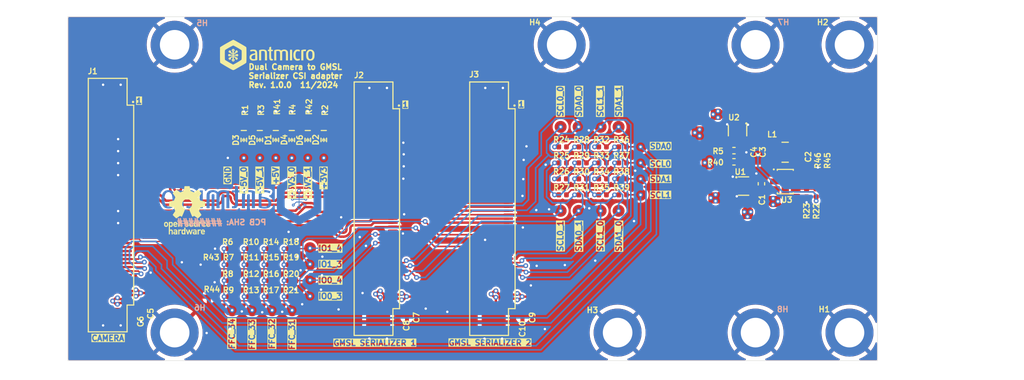
<source format=kicad_pcb>
(kicad_pcb (version 20240108) (generator "pcbnew") (generator_version "8.0")
  (title_block (title "Dual Camera to GMSL Serializer CSI Adapter") (date "2024-11-27") (rev "1.0.0") (company "Antmicro Ltd") (comment 1 "www.antmicro.com"))
  (layers (0 "F.Cu" signal) (1 "In1.Cu" signal) (2 "In2.Cu" signal) (31 "B.Cu" signal) (34 "B.Paste" user) (35 "F.Paste" user) (36 "B.SilkS" user "B.Silkscreen") (37 "F.SilkS" user "F.Silkscreen") (38 "B.Mask" user) (39 "F.Mask" user) (44 "Edge.Cuts" user))
  (net 0 "")
  (net 1 "+5V")
  (net 2 "GND")
  (net 3 "/SW_3V3")
  (net 4 "/OUT_3V3")
  (net 5 "+3V3")
  (net 6 "Net-(D2-C)")
  (net 7 "/CSI1.D0_N")
  (net 8 "/CSI0.D2_N")
  (net 9 "/CAM_FFC_PIN31")
  (net 10 "/SCL_CAM1")
  (net 11 "/CSI1.D2_P")
  (net 17 "/CAM_FFC_PIN33")
  (net 20 "/CSI1.D1_P")
  (net 21 "/CAM_FFC_PIN32")
  (net 23 "/CSI1.D3_N")
  (net 24 "/CSI1.D2_N")
  (net 26 "/CSI0.D1_P")
  (net 28 "/CSI0.D0_P")
  (net 29 "/CSI0.D2_P")
  (net 30 "/CSI0.CLK_N")
  (net 31 "/CAM_FFC_PIN34")
  (net 32 "/CSI1.D0_P")
  (net 33 "/CSI0.CLK_P")
  (net 34 "/CSI0.D0_N")
  (net 35 "/CSI0.D3_N")
  (net 36 "/SDA_CAM1")
  (net 39 "/CSI1.CLK_N")
  (net 40 "/CSI0.D1_N")
  (net 41 "/CSI1.D3_P")
  (net 42 "/CSI0.D3_P")
  (net 43 "/SDA_CAM0")
  (net 44 "/CSI1.CLK_P")
  (net 45 "/CSI1.D1_N")
  (net 46 "/SCL_CAM0")
  (net 51 "/GPIO0_4")
  (net 54 "/SDA_CAM0_0")
  (net 55 "/5V_0")
  (net 56 "/3V3_0")
  (net 57 "/SCL_CAM0_0")
  (net 58 "/SCL_CAM0_1")
  (net 61 "/GPIO0_3")
  (net 66 "/SDA_CAM0_1")
  (net 79 "/GPIO1_4")
  (net 82 "/SDA_CAM1_1")
  (net 89 "/SCL_CAM1_0")
  (net 91 "/3V3_1")
  (net 93 "/SCL_CAM1_1")
  (net 98 "/5V_1")
  (net 102 "/GPIO1_3")
  (net 109 "/SDA_CAM1_0")
  (net 111 "/FB_3V3")
  (net 112 "/3V3_FFC")
  (net 114 "Net-(U3-BST)")
  (net 115 "Net-(D1-C)")
  (net 117 "Net-(D3-C)")
  (net 118 "Net-(D4-C)")
  (net 119 "Net-(D5-C)")
  (net 120 "Net-(D6-C)")
  (net 121 "/EN_3V3")
  (footprint "antmicro-footprints:C_0402_1005Metric" (layer "F.Cu") (at 185.2 98.1395 90)
    (property "Reference" "C4")
    (property "Value" "C_22u_0402")
  )
  (footprint "antmicro-footprints:LED_0603_1608Metric_G" (layer "F.Cu") (at 131.5 95 -90)
    (property "Reference" "D2")
    (property "Value" "LED_G_0603_LTST-C190GKT")
  )
  (footprint "antmicro-footprints:R_0402_1005Metric" (layer "F.Cu") (at 125.04 114.6)
    (property "Reference" "R17")
    (property "Value" "R_10k_0402")
  )
  (footprint "antmicro-footprints:R_0402_1005Metric" (layer "F.Cu") (at 122.54 114.6)
    (property "Reference" "R13")
    (property "Value" "R_10k_0402")
  )
  (footprint "antmicro-footprints:R_0402_1005Metric" (layer "F.Cu") (at 163.87 95.868)
    (property "Reference" "R28")
    (property "Value" "R_0R_0402")
  )
  (footprint "antmicro-footprints:R_0402_1005Metric" (layer "F.Cu") (at 161.37 97.868)
    (property "Reference" "R25")
    (property "Value" "R_0R_0402")
  )
  (footprint "antmicro-footprints:R_0402_1005Metric" (layer "F.Cu") (at 161.37 95.868)
    (property "Reference" "R24")
    (property "Value" "R_0R_0402")
  )
  (footprint "antmicro-footprints:R_0402_1005Metric" (layer "F.Cu") (at 122.52 110.6)
    (property "Reference" "R11")
    (property "Value" "R_10k_0402")
  )
  (footprint "antmicro-footprints:R_0402_1005Metric" (layer "F.Cu") (at 131.5 92.75 -90)
    (property "Reference" "R2")
    (property "Value" "R_200R_0402")
  )
  (footprint "antmicro-footprints:C_0402_1005Metric" (layer "F.Cu") (at 141.9 116.6 90)
    (property "Reference" "C8")
    (property "Value" "C_100n_0402")
  )
  (footprint "antmicro-footprints:Spacer_Drill3.7mm_H3mm_9774030151R" (layer "F.Cu") (at 161.25 83.098)
    (property "Reference" "H4")
    (property "Value" "Spacer_Drill3.7mm_H3mm_9774030151R")
  )
  (footprint "antmicro-footprints:C_0402_1005Metric" (layer "F.Cu") (at 143 115.6 90)
    (property "Reference" "C7")
    (property "Value" "C_100n_0402")
  )
  (footprint "antmicro-footprints:R_0402_1005Metric" (layer "F.Cu") (at 120.04 114.6)
    (property "Reference" "R9")
    (property "Value" "R_10k_0402")
  )
  (footprint "antmicro-footprints:C_0402_1005Metric" (layer "F.Cu") (at 192.035 98.7855 90)
    (property "Reference" "C2")
    (property "Value" "C_220n_0402")
  )
  (footprint "antmicro-footprints:R_0402_1005Metric" (layer "F.Cu") (at 120.04 112.6 180)
    (property "Reference" "R8")
    (property "Value" "R_0R_0402")
  )
  (footprint "antmicro-footprints:R_0402_1005Metric" (layer "F.Cu") (at 161.37 101.868)
    (property "Reference" "R27")
    (property "Value" "R_0R_0402")
  )
  (footprint "antmicro-footprints:Spacer_Drill3.7mm_H3mm_9774030151R" (layer "F.Cu") (at 168.25 119.098)
    (property "Reference" "H3")
    (property "Value" "Spacer_Drill3.7mm_H3mm_9774030151R")
  )
  (footprint "antmicro-footprints:R_0402_1005Metric" (layer "F.Cu") (at 122.54 112.6 180)
    (property "Reference" "R12")
    (property "Value" "R_0R_0402")
  )
  (footprint "antmicro-footprints:R_0402_1005Metric" (layer "F.Cu") (at 123.5 92.75 -90)
    (property "Reference" "R3")
    (property "Value" "R_470R_0402")
  )
  (footprint "antmicro-footprints:TP_SMD_1.5mm" (layer "F.Cu") (at 166.12 103.868)
    (property "Reference" "TP18" (hide yes))
    (property "Value" "TP_1.5mm_SMD")
  )
  (footprint "antmicro-footprints:R_0402_1005Metric" (layer "F.Cu") (at 127.52 110.6)
    (property "Reference" "R19")
    (property "Value" "R_10k_0402")
  )
  (footprint "antmicro-footprints:R_0402_1005Metric" (layer "F.Cu") (at 120.02 108.6 180)
    (property "Reference" "R6")
    (property "Value" "R_0R_0402")
  )
  (footprint "antmicro-footprints:C_0402_1005Metric" (layer "F.Cu") (at 186.4 98.1395 90)
    (property "Reference" "C3")
    (property "Value" "C_22u_0402")
  )
  (footprint "antmicro-footprints:C_0402_1005Metric" (layer "F.Cu") (at 156.35 116.6 90)
    (property "Reference" "C10")
    (property "Value" "C_100n_0402")
  )
  (footprint "antmicro-footprints:R_0402_1005Metric" (layer "F.Cu") (at 163.87 97.868)
    (property "Reference" "R29")
    (property "Value" "R_0R_0402")
  )
  (footprint "antmicro-footprints:TP_SMD_1.5mm" (layer "F.Cu") (at 119.5 97.25)
    (property "Reference" "TP23" (hide yes))
    (property "Value" "TP_1.5mm_SMD")
  )
  (footprint "antmicro-footprints:R_0402_1005Metric" (layer "F.Cu") (at 168.87 101.868)
    (property "Reference" "R39")
    (property "Value" "R_0R_0402")
  )
  (footprint "antmicro-footprints:TP_SMD_1.5mm" (layer "F.Cu") (at 123.5 97.25 90)
    (property "Reference" "TP26" (hide yes))
    (property "Value" "TP_1.5mm_SMD")
  )
  (footprint "antmicro-footprints:R_0603_1608Metric" (layer "F.Cu") (at 182.8 96.3395 180)
    (property "Reference" "R5")
    (property "Value" "R_0R_22.4A_0603")
  )
  (footprint "antmicro-footprints:R_0402_1005Metric" (layer "F.Cu") (at 166.37 99.868)
    (property "Reference" "R34")
    (property "Value" "R_0R_0402")
  )
  (footprint "antmicro-footprints:TP_SMD_1.5mm" (layer "F.Cu") (at 127.5 97.25 90)
    (property "Reference" "TP25" (hide yes))
    (property "Value" "TP_1.5mm_SMD")
  )
  (footprint "antmicro-footprints:R_0402_1005Metric" (layer "F.Cu") (at 191.88 101.6195 90)
    (property "Reference" "R23")
    (property "Value" "R_10k_0402")
  )
  (footprint "antmicro-footprints:TP_SMD_1.5mm" (layer "F.Cu") (at 163.37 103.868)
    (property "Reference" "TP15" (hide yes))
    (property "Value" "TP_1.5mm_SMD")
  )
  (footprint "antmicro-footprints:L_Bourns-SRP3212A" (layer "F.Cu") (at 189.2 96.5395 180)
    (property "Reference" "L1")
    (property "Value" "L_3u3_3.1A_Bourns-SRP3212A")
  )
  (footprint "antmicro-footprints:LED_0603_1608Metric_G" (layer "F.Cu") (at 121.5 95 -90)
    (property "Reference" "D3")
    (property "Value" "LED_G_0603_LTST-C190GKT")
  )
  (footprint "antmicro-footprints:antmicro-logo_scaled_12mm_silk" (layer "F.Cu") (at 124.4 84.4)
    (property "Reference" "G***" (hide yes))
    (property "Value" "LOGO" (hide yes))
  )
  (footprint "antmicro-footprints:SOT-583" (layer "F.Cu") (at 184 100.7705)
    (property "Reference" "U1")
    (property "Value" "TPS2117DRLR")
  )
  (footprint "antmicro-footprints:C_0603_1608Metric" (layer "F.Cu") (at 186.235 100.4855 -90)
    (property "Reference" "C1")
    (property "Value" "C_10u_25V_0603")
  )
  (footprint "antmicro-footprints:R_0603_1608Metric" (layer "F.Cu") (at 182.8 97.7395 180)
    (property "Reference" "R40")
    (property "Value" "R_0R_22.4A_0603")
  )
  (footprint "antmicro-footprints:TP_SMD_1.5mm" (layer "F.Cu") (at 120.04 116.3)
    (property "Reference" "TP1" (hide yes))
    (property "Value" "TP_1.5mm_SMD")
  )
  (footprint "antmicro-footprints:TP_SMD_1.5mm" (layer "F.Cu") (at 171.12 101.868)
    (property "Reference" "TP12" (hide yes))
    (property "Value" "TP_1.5mm_SMD")
  )
  (footprint "antmicro-footprints:R_0402_1005Metric" (layer "F.Cu") (at 168.87 95.868)
    (property "Reference" "R36")
    (property "Value" "R_0R_0402")
  )
  (footprint "antmicro-footprints:TP_SMD_1.5mm" (layer "F.Cu") (at 131.5 97.25 180)
    (property "Reference" "TP22" (hide yes))
    (property "Value" "TP_1.5mm_SMD")
  )
  (footprint "antmicro-footprints:R_0402_1005Metric" (layer "F.Cu") (at 168.87 99.868)
    (property "Reference" "R38")
    (property "Value" "R_0R_0402")
  )
  (footprint "antmicro-footprints:SOT-583" (layer "F.Cu") (at 183.2495 93.84 -90)
    (property "Reference" "U2")
    (property "Value" "TPS2117DRLR")
  )
  (footprint "antmicro-footprints:TP_SMD_1.5mm" (layer "F.Cu") (at 129.78 108.54)
    (property "Reference" "TP5" (hide yes))
    (property "Value" "TP_1.5mm_SMD")
  )
  (footprint "antmicro-footprints:TP_SMD_1.5mm" (layer "F.Cu") (at 163.37 93.368)
    (property "Reference" "TP13" (hide yes))
    (property "Value" "TP_1.5mm_SMD")
  )
  (footprint "antmicro-footprints:R_0402_1005Metric" (layer "F.Cu") (at 129.5 92.75 -90)
    (property "Reference" "R42")
    (property "Value" "R_200R_0402")
  )
  (footprint "antmicro-footprints:R_0402_1005Metric" (layer "F.Cu") (at 125.02 108.6 180)
    (property "Reference" "R14")
    (property "Value" "R_0R_0402")
  )
  (footprint "antmicro-footprints:Conn_FFC_WE_68715014x22" (layer "F.Cu") (at 138 103.6 -90)
    (property "Reference" "J2")
    (property "Value" "Conn_FFC_WE_68715014022")
  )
  (footprint "antmicro-footprints:LED_0603_1608Metric_G" (layer "F.Cu") (at 125.5 95 -90)
    (property "Reference" "D1")
    (property "Value" "LED_G_0603_LTST-C190GKT")
  )
  (footprint "antmicro-footprints:R_0402_1005Metric" (layer "F.Cu") (at 161.35 99.868)
    (property "Reference" "R26")
    (property "Value" "R_0R_0402")
  )
  (footprint "antmicro-footprints:R_0402_1005Metric" (layer "F.Cu") (at 163.87 101.868)
    (property "Reference" "R31")
    (property "Value" "R_0R_0402")
  )
  (footprint "antmicro-footprints:TP_SMD_1.5mm" (layer "F.Cu") (at 125.04 116.3)
    (property "Reference" "TP3" (hide yes))
    (property "Value" "TP_1.5mm_SMD")
  )
  (footprint "antmicro-footprints:R_0402_1005Metric" (layer "F.Cu") (at 163.87 99.868)
    (property "Reference" "R30")
    (property "Value" "R_0R_0402")
  )
  (footprint "antmicro-footprints:R_0402_1005Metric" (layer "F.Cu") (at 125.02 110.6)
    (property "Reference" "R15")
    (property "Value" "R_10k_0402")
  )
  (footprint "antmicro-footprints:TP_SMD_1.5mm" (layer "F.Cu") (at 127.54 116.3)
    (property "Reference" "TP4" (hide yes))
    (property "Value" "TP_1.5mm_SMD")
  )
  (footprint "antmicro-footprints:TP_SMD_1.5mm" (layer "F.Cu") (at 161.12 93.368)
    (property "Reference" "TP14" (hide yes))
    (property "Value" "TP_1.5mm_SMD")
  )
  (footprint "antmicro-footprints:Spacer_Drill3.7mm_H3mm_9774030151R" (layer "F.Cu") (at 197.25 83.098)
    (property "Reference" "H2")
    (property "Value" "Spacer_Drill3.7mm_H3mm_9774030151R")
  )
  (footprint "antmicro-footprints:R_0402_1005Metric" (layer "F.Cu") (at 122.52 108.6 180)
    (property "Reference" "R10")
    (property "Value" "R_0R_0402")
  )
  (footprint "antmicro-footprints:LED_0603_1608Metric_G" (layer "F.Cu") (at 127.5 95 -90)
    (property "Reference" "D4")
    (property "Value" "LED_G_0603_LTST-C190GKT")
  )
  (footprint "antmicro-footprints:R_0402_1005Metric" (layer "F.Cu") (at 127.52 108.6 180)
    (property "Reference" "R18")
    (property "Value" "R_0R_0402")
  )
  (footprint "antmicro-footprints:LED_0603_1608Metric_G" (layer "F.Cu") (at 123.5 95 -90)
    (property "Reference" "D5")
    (property "Value" "LED_G_0603_LTST-C190GKT")
  )
  (footprint "antmicro-footprints:R_0402_1005Metric" (layer "F.Cu") (at 127.54 112.6 180)
    (property "Reference" "R20")
    (property "Value" "R_0R_0402")
  )
  (footprint "antmicro-footprints:C_0402_1005Metric" (layer "F.Cu") (at 157.45 115.6 90)
    (property "Reference" "C9")
    (property "Value" "C_100n_0402")
  )
  (footprint "antmicro-footprints:R_0402_1005Metric" (layer "F.Cu") (at 166.37 101.868)
    (property "Reference" "R35")
    (property "Value" "R_0R_0402")
  )
  (footprint "antmicro-footprints:Conn_FFC_WE_68715014x22" (layer "F.Cu") (at 104.75 103.15 -90)
    (property "Reference" "J1")
    (property "Value" "Conn_FFC_WE_68715014022")
  )
  (footprint "antmicro-footprints:TP_SMD_1.5mm" (layer "F.Cu") (at 129.78 110.54)
    (property "Reference" "TP6" (hide yes))
    (property "Value" "TP_1.5mm_SMD")
  )
  (footprint "antmicro-footprints:R_0402_1005Metric" (layer "F.Cu") (at 125.5 92.75 -90)
    (property "Reference" "R41")
    (property "Value" "R_470R_0402")
  )
  (footprint "antmicro-footprints:Conn_FFC_WE_68715014x22" (layer "F.Cu") (at 152.45 103.6 -90)
    (property "Reference" "J3")
    (property "Value" "Conn_FFC_WE_68715014022")
  )
  (footprint "antmicro-footprints:R_0402_1005Metric" (layer "F.Cu") (at 125.04 112.6 180)
    (property "Reference" "R16")
    (property "Value" "R_0R_0402")
  )
  (footprint "antmicro-footprints:LED_0603_1608Metric_G" (layer "F.Cu") (at 129.5 95 -90)
    (property "Reference" "D6")
    (property "Value" "LED_G_0603_LTST-C190GKT")
  )
  (footprint "antmicro-footprints:R_0402_1005Metric" (layer "F.Cu") (at 194.5 99.6 90)
    (property "Reference" "R45")
    (property "Value" "R_0R_0402")
  )
  (footprint "antmicro-footprints:R_0402_1005Metric" (layer "F.Cu") (at 193.3 99.6 90)
    (property "Reference" "R46")
    (property "Value" "R_0R_0402")
  )
  (footprint "antmicro-footprints:TP_SMD_1.5mm" (layer "F.Cu") (at 129.5 97.25 90)
    (property "Reference" "TP27" (hide yes))
    (property "Value" "TP_1.5mm_SMD")
  )
  (footprint "antmicro-footprints:R_0402_1005Metric" (layer "F.Cu") (at 127.5 92.75 -90)
    (property "Reference" "R4")
    (property "Value" "R_200R_0402")
  )
  (footprint "antmicro-footprints:TP_SMD_1.5mm" (layer "F.Cu") (at 125.5 97.25 180)
    (property "Reference" "TP21" (hide yes))
    (property "Value" "TP_1.5mm_SMD")
  )
  (footprint "antmicro-footprints:TSOT23-6" (layer "F.Cu") (at 189.22 100.1855)
    (property "Reference" "U3")
    (property "Value" "AP62301_TSOT")
  )
  (footprint "antmicro-footprints:R_0402_1005Metric" (layer "F.Cu") (at 117.6 114.6)
    (property "Reference" "R44")
    (property "Value" "R_12k_0402")
  )
  (footprint "antmicro-footprints:C_0402_1005Metric" (layer "F.Cu") (at 109.75 115.15 90)
    (property "Reference" "C5")
    (property "Value" "C_100n_0402")
  )
  (footprint "antmicro-footprints:R_0402_1005Metric" (layer "F.Cu") (at 127.54 114.6)
    (property "Reference" "R21")
    (property "Value" "R_10k_0402")
  )
  (footprint "antmicro-footprints:TP_SMD_1.5mm" (layer "F.Cu") (at 171.12 97.868)
    (property "Reference" "TP10" (hide yes))
    (property "Value" "TP_1.5mm_SMD")
  )
  (footprint "antmicro-footprints:R_0402_1005Metric" (layer "F.Cu") (at 193.08 101.6195 -90)
    (property "Reference" "R22")
    (property "Value" "R_31k6_0402")
  )
  (footprint "antmicro-footprints:TP_SMD_1.5mm" (layer "F.Cu") (at 121.5 97.25 90)
    (property "Reference" "TP24" (hide yes))
    (property "Value" "TP_1.5mm_SMD")
  )
  (footprint "antmicro-footprints:R_0402_1005Metric" (layer "F.Cu") (at 166.37 97.868)
    (property "Reference" "R33")
    (property "Value" "R_0R_0402")
  )
  (footprint "antmicro-footprints:R_0402_1005Metric" (layer "F.Cu") (at 120.02 110.6)
    (property "Reference" "R7")
    (property "Value" "R_10k_0402")
  )
  (footprint "antmicro-footprints:TP_SMD_1.5mm" (layer "F.Cu") (at 129.78 114.54)
    (property "Reference" "TP8" (hide yes))
    (property "Value" "TP_1.5mm_SMD")
  )
  (footprint "antmicro-footprints:TP_SMD_1.5mm" (layer "F.Cu") (at 171.12 95.868)
    (property "Reference" "TP9" (hide yes))
    (property "Value" "TP_1.5mm_SMD")
  )
  (footprint "antmicro-footprints:TP_SMD_1.5mm" (layer "F.Cu") (at 122.54 116.3)
    (property "Reference" "TP2" (hide yes))
    (property "Value" "TP_1.5mm_SMD")
  )
  (footprint "antmicro-footprints:TP_SMD_1.5mm" (layer "F.Cu") (at 161.12 103.868)
    (property "Reference" "TP16" (hide yes))
    (property "Value" "TP_1.5mm_SMD")
  )
  (footprint "antmicro-footprints:TP_SMD_1.5mm" (layer "F.Cu") (at 171.12 99.868)
    (property "Reference" "TP11" (hide yes))
    (property "Value" "TP_1.5mm_SMD")
  )
  (footprint "antmicro-footprints:R_0402_1005Metric" (layer "F.Cu") (at 117.52 110.6)
    (property "Reference" "R43")
    (property "Value" "R_12k_0402")
  )
  (footprint "antmicro-footprints:C_0402_1005Metric" (layer "F.Cu") (at 108.65 116.15 90)
    (property "Reference" "C6")
    (property "Value" "C_100n_0402")
  )
  (footprint "antmicro-footprints:R_0402_1005Metric" (layer "F.Cu") (at 121.5 92.75 -90)
    (property "Reference" "R1")
    (property "Value" "R_470R_0402")
  )
  (footprint "antmicro-footprints:R_0402_1005Metric" (layer "F.Cu") (at 166.37 95.868)
    (property "Reference" "R32")
    (property "Value" "R_0R_0402")
  )
  (footprint "antmicro-footprints:TP_SMD_1.5mm" (layer "F.Cu") (at 129.78 112.54)
    (property "Reference" "TP7" (hide yes))
    (property "Value" "TP_1.5mm_SMD")
  )
  (footprint "antmicro-footprints:OSHW-Logo_5.7x6mm_SilkScreen" (layer "F.Cu") (at 114.4 103.8)
    (property "Reference" "REF**" (hide yes))
    (property "Value" "OSHW-Logo_5.7x6mm_SilkScreen" (hide yes))
  )
  (footprint "antmicro-footprints:TP_SMD_1.5mm" (layer "F.Cu") (at 168.37 93.368)
    (property "Reference" "TP19" (hide yes))
    (property "Value" "TP_1.5mm_SMD")
  )
  (footprint "antmicro-footprints:TP_SMD_1.5mm" (layer "F.Cu") (at 168.37 103.868)
    (property "Reference" "TP17" (hide yes))
    (property "Value" "TP_1.5mm_SMD")
  )
  (footprint "antmicro-footprints:R_0402_1005Metric" (layer "F.Cu") (at 168.87 97.868)
    (property "Reference" "R37")
    (property "Value" "R_0R_0402")
  )
  (footprint "antmicro-footprints:Spacer_Drill3.7mm_H3mm_9774030151R" (layer "F.Cu") (at 197.25 119.098)
    (property "Reference" "H1")
    (property "Value" "Spacer_Drill3.7mm_H3mm_9774030151R")
  )
  (footprint "antmicro-footprints:TP_SMD_1.5mm" (layer "F.Cu") (at 166.12 93.368)
    (property "Reference" "TP20" (hide yes))
    (property "Value" "TP_1.5mm_SMD")
  )
  (footprint "antmicro-footprints:Spacer_Drill3.7mm_H3mm_9774030151R" (layer "B.Cu") (at 185.5 83.098 180)
    (property "Reference" "H7")
    (property "Value" "Spacer_Drill3.7mm_H3mm_9774030151R")
  )
  (footprint "antmicro-footprints:Spacer_Drill3.7mm_H3mm_9774030151R" (layer "B.Cu") (at 185.5 119.098 180)
    (property "Reference" "H8")
    (property "Value" "Spacer_Drill3.7mm_H3mm_9774030151R")
  )
  (footprint "antmicro-footprints:antmicro-logo_scaled_20mm" (layer "B.Cu") (at 121.2 102.6 180)
    (property "Reference" "REF**" (hide yes))
    (property "Value" "antmicro-logo_scaled_20mm" (hide yes))
  )
  (footprint "antmicro-footprints:Spacer_Drill3.7mm_H3mm_9774030151R" (layer "B.Cu") (at 112.85 83.098 180)
    (property "Reference" "H5")
    (property "Value" "Spacer_Drill3.7mm_H3mm_9774030151R")
  )
  (footprint "antmicro-footprints:Spacer_Drill3.7mm_H3mm_9774030151R" (layer "B.Cu") (at 112.85 119.098 180)
    (property "Reference" "H6")
    (property "Value" "Spacer_Drill3.7mm_H3mm_9774030151R")
  )
  (gr_line (start 99.5 122.598) (end 99.5 79.598) (stroke (width 0.05)) (layer "Edge.Cuts"))
  (gr_line (start 200.75 122.598) (end 99.5 122.598) (stroke (width 0.05)) (layer "Edge.Cuts"))
  (gr_line (start 99.5 79.598) (end 200.75 79.598) (stroke (width 0.05)) (layer "Edge.Cuts"))
  (gr_line (start 200.75 79.598) (end 200.75 122.598) (stroke (width 0.05)) (layer "Edge.Cuts"))
  (gr_text "PCB SHA: ########" (at 124.4 105.3 -0) (layer "B.SilkS") (effects (font (size 0.7 0.7) (thickness 0.175)) (justify left mirror)))
  (gr_text "CAMERA" (at 106.625 119.8 0) (layer "F.SilkS" knockout) (effects (font (size 0.7 0.7) (thickness 0.175) (bold yes)) (justify right)))
  (gr_text "SCL1" (at 172.2 101.9 0) (layer "F.SilkS" knockout) (effects (font (size 0.7 0.7) (thickness 0.175) (bold yes)) (justify left)))
  (gr_text "FFC_33" (at 122.52 117.35 90) (layer "F.SilkS" knockout) (effects (font (size 0.7 0.7) (thickness 0.175) (bold yes)) (justify right)))
  (gr_text "SDA0_1" (at 163.4 105 90) (layer "F.SilkS" knockout) (effects (font (size 0.7 0.7) (thickness 0.175) (bold yes)) (justify right)))
  (gr_text "FFC_32" (at 125.02 117.25 90) (layer "F.SilkS" knockout) (effects (font (size 0.7 0.7) (thickness 0.175) (bold yes)) (justify right)))
  (gr_text "SDA0" (at 172.2 95.8 0) (layer "F.SilkS" knockout) (effects (font (size 0.7 0.7) (thickness 0.175) (bold yes)) (justify left)))
  (gr_text "+5V" (at 125.49 98.31 90) (layer "F.SilkS" knockout) (effects (font (size 0.7 0.7) (thickness 0.175) (bold yes)) (justify right)))
  (gr_text "FFC_34" (at 120.02 117.25 90) (layer "F.SilkS" knockout) (effects (font (size 0.7 0.7) (thickness 0.175) (bold yes)) (justify right)))
  (gr_text "IO1_4" (at 130.72 108.552 0) (layer "F.SilkS" knockout) (effects (font (size 0.7 0.7) (thickness 0.175) (bold yes)) (justify left)))
  (gr_text "SCL1_0" (at 166.1 105 90) (layer "F.SilkS" knockout) (effects (font (size 0.7 0.7) (thickness 0.175) (bold yes)) (justify right)))
  (gr_text "+5V_1" (at 123.5 98.25 90) (layer "F.SilkS" knockout) (effects (font (size 0.7 0.7) (thickness 0.175) (bold yes)) (justify right)))
  (gr_text "IO0_4" (at 130.72 112.552 0) (layer "F.SilkS" knockout) (effects (font (size 0.7 0.7) (thickness 0.175) (bold yes)) (justify left)))
  (gr_text "IO0_3" (at 130.72 114.552 0) (layer "F.SilkS" knockout) (effects (font (size 0.7 0.7) (thickness 0.175) (bold yes)) (justify left)))
  (gr_text "IO1_3" (at 130.72 110.552 0) (layer "F.SilkS" knockout) (effects (font (size 0.7 0.7) (thickness 0.175) (bold yes)) (justify left)))
  (gr_text "GMSL SERIALIZER 2" (at 157.55 120.375 0) (layer "F.SilkS" knockout) (effects (font (size 0.7 0.7) (thickness 0.175) (bold yes)) (justify right)))
  (gr_text "SDA1" (at 172.2 99.9 0) (layer "F.SilkS" knockout) (effects (font (size 0.7 0.7) (thickness 0.175) (bold yes)) (justify left)))
  (gr_text "Dual Camera to GMSL\nSerializer CSI adapter\nRev. ${REVISION}  11/2024" (at 122 87 0) (layer "F.SilkS") (effects (font (size 0.7 0.7) (thickness 0.175)) (justify left)))
  (gr_text "SDA0_0" (at 163.4 92.2 90) (layer "F.SilkS" knockout) (effects (font (size 0.7 0.7) (thickness 0.175) (bold yes)) (justify left)))
  (gr_text "SCL0_0" (at 161.1 92.2 90) (layer "F.SilkS" knockout) (effects (font (size 0.7 0.7) (thickness 0.175) (bold yes)) (justify left)))
  (gr_text "GMSL SERIALIZER 1" (at 143.15 120.4 0) (layer "F.SilkS" knockout) (effects (font (size 0.7 0.7) (thickness 0.175) (bold yes)) (justify right)))
  (gr_text "+5V_0" (at 121.5 98.25 90) (layer "F.SilkS" knockout) (effects (font (size 0.7 0.7) (thickness 0.175) (bold yes)) (justify right)))
  (gr_text "SCL0_1" (at 161.1 105 90) (layer "F.SilkS" knockout) (effects (font (size 0.7 0.7) (thickness 0.175) (bold yes)) (justify right)))
  (gr_text "1" (at 156.65 90.575 0) (layer "F.SilkS" knockout) (effects (font (size 0.7 0.7) (thickness 0.175) (bold yes)) (justify right)))
  (gr_text "1" (at 108.85 90.125 0) (layer "F.SilkS" knockout) (effects (font (size 0.7 0.7) (thickness 0.175) (bold yes)) (justify right)))
  (gr_text "+3V3_1" (at 129.5 98.25 90) (layer "F.SilkS" knockout) (effects (font (size 0.7 0.7) (thickness 0.175) (bold yes)) (justify right)))
  (gr_text "SDA1_0" (at 168.4 105 90) (layer "F.SilkS" knockout) (effects (font (size 0.7 0.7) (thickness 0.175) (bold yes)) (justify right)))
  (gr_text "GND" (at 119.5 98.25 90) (layer "F.SilkS" knockout) (effects (font (size 0.7 0.7) (thickness 0.175) (bold yes)) (justify right)))
  (gr_text "+3V3" (at 131.5 98.25 90) (layer "F.SilkS" knockout) (effects (font (size 0.7 0.7) (thickness 0.175) (bold yes)) (justify right)))
  (gr_text "1" (at 142.15 90.625 0) (layer "F.SilkS" knockout) (effects (font (size 0.7 0.7) (thickness 0.175) (bold yes)) (justify right)))
  (gr_text "+3V3_0" (at 127.5 98.25 90) (layer "F.SilkS" knockout) (effects (font (size 0.7 0.7) (thickness 0.175) (bold yes)) (justify right)))
  (gr_text "SDA1_1" (at 168.4 92.2 90) (layer "F.SilkS" knockout) (effects (font (size 0.7 0.7) (thickness 0.175) (bold yes)) (justify left)))
  (gr_text "SCL0" (at 172.2 98 0) (layer "F.SilkS" knockout) (effects (font (size 0.7 0.7) (thickness 0.175) (bold yes)) (justify left)))
  (gr_text "SCL1_1" (at 166.1 92.2 90) (layer "F.SilkS" knockout) (effects (font (size 0.7 0.7) (thickness 0.175) (bold yes)) (justify left)))
  (gr_text "FFC_31" (at 127.52 117.35 90) (layer "F.SilkS" knockout) (effects (font (size 0.7 0.7) (thickness 0.175) (bold yes)) (justify right)))
  (segment (start 187.873 101.1855) (end 187.919 101.1395) (width 0.4) (layer "F.Cu") (net 1))
  (segment (start 189.2 103.6) (end 188.3 102.7) (width 0.2) (layer "F.Cu") (net 1))
  (segment (start 105.849 114.899) (end 105.7 114.75) (width 0.3) (layer "F.Cu") (net 1))
  (segment (start 186.0855 101.1855) (end 186.235 101.1855) (width 0.3) (layer "F.Cu") (net 1))
  (segment (start 105.5 114.75) (end 105.1 115.15) (width 0.3) (layer "F.Cu") (net 1))
  (segment (start 106.900001 115.399) (end 105.851 115.399) (width 0.3) (layer "F.Cu") (net 1))
  (segment (start 186.235 101.1855) (end 187.873 101.1855) (width 0.4) (layer "F.Cu") (net 1))
  (segment (start 193.975 103) (end 193.375 103.6) (width 0.2) (layer "F.Cu") (net 1))
  (segment (start 105.7 114.75) (end 105.5 114.75) (width 0.3) (layer "F.Cu") (net 1))
  (segment (start 105.7 115.55) (end 105.5 115.55) (width 0.3) (layer "F.Cu") (net 1))
  (segment (start 108.02 115.67) (end 108.65 115.67) (width 0.3) (layer "F.Cu") (net 1))
  (segment (start 107.749 115.399) (end 108.02 115.67) (width 0.3) (layer "F.Cu") (net 1))
  (segment (start 125.5 95.7) (end 125.5 97.25) (width 0.4) (layer "F.Cu") (net 1))
  (segment (start 106.9 114.899) (end 105.849 114.899) (width 0.3) (layer "F.Cu") (net 1))
  (segment (start 194.5 99.12) (end 195.12 99.12) (width 0.2) (layer "F.Cu") (net 1))
  (segment (start 105.851 115.399) (end 105.7 115.55) (width 0.3) (layer "F.Cu") (net 1))
  (segment (start 193.375 103.6) (end 189.2 103.6) (width 0.2) (layer "F.Cu") (net 1))
  (segment (start 195.475 100.525) (end 195.125 100.875) (width 0.2) (layer "F.Cu") (net 1))
  (segment (start 194.375 100.875) (end 193.975 101.275) (width 0.2) (layer "F.Cu") (net 1))
  (segment (start 106.900001 115.399) (end 107.749 115.399) (width 0.3) (layer "F.Cu") (net 1))
  (segment (start 183.261 100.52) (end 185.42 100.52) (width 0.3) (layer "F.Cu") (net 1))
  (segment (start 195.475 99.475) (end 195.475 100.525) (width 0.2) (layer "F.Cu") (net 1))
  (segment (start 105.5 115.55) (end 105.1 115.15) (width 0.3) (layer "F.Cu") (net 1))
  (segment (start 193.975 101.275) (end 193.975 103) (width 0.2) (layer "F.Cu") (net 1))
  (segment (start 195.125 100.875) (end 194.375 100.875) (width 0.2) (layer "F.Cu") (net 1))
  (segment (start 195.12 99.12) (end 195.475 99.475) (width 0.2) (layer "F.Cu") (net 1))
  (segment (start 185.42 100.52) (end 186.0855 101.1855) (width 0.3) (layer "F.Cu") (net 1))
  (via (at 187.699999 102.3) (size 0.6) (drill 0.3) (layers "F.Cu" "B.Cu") (net 1))
  (via (at 105.7 115.55) (size 0.6) (drill 0.3) (layers "F.Cu" "B.Cu") (net 1))
  (via (at 105.1 115.15) (size 0.6) (drill 0.3) (layers "F.Cu" "B.Cu") (net 1))
  (via (at 187.7 103.1) (size 0.6) (drill 0.3) (layers "F.Cu" "B.Cu") (net 1))
  (via (at 125.5 97.25) (size 0.6) (drill 0.3) (layers "F.Cu" "B.Cu") (net 1))
  (via (at 188.3 102.7) (size 0.6) (drill 0.3) (layers "F.Cu" "B.Cu") (net 1))
  (via (at 105.7 114.75) (size 0.6) (drill 0.3) (layers "F.Cu" "B.Cu") (net 1))
  (segment (start 105.78 105.399) (end 106.9 105.399) (width 0.2) (layer "F.Cu") (net 2))
  (segment (start 105.78 99.4) (end 106.9 99.4) (width 0.2) (layer "F.Cu") (net 2))
  (segment (start 139.4 118.898) (end 138.3 117.798) (width 0.3) (layer "F.Cu") (net 2))
  (segment (start 139.4 119.85) (end 139.4 118.898) (width 0.3) (layer "F.Cu") (net 2))
  (segment (start 153.8 119.85) (end 153.8 118.848) (width 0.3) (layer "F.Cu") (net 2))
  (segment (start 105.780001 94.9) (end 106.900001 94.9) (width 0.2) (layer "F.Cu") (net 2))
  (segment (start 105.78 103.897999) (end 106.9 103.897999) (width 0.2) (layer "F.Cu") (net 2))
  (segment (start 151.6 118.948) (end 152.75 117.798) (width 0.3) (layer "F.Cu") (net 2))
  (segment (start 137.2 119.85) (end 137.2 118.898) (width 0.3) (layer "F.Cu") (net 2))
  (segment (start 105.780001 97.9) (end 106.900001 97.9) (width 0.2) (layer "F.Cu") (net 2))
  (segment (start 191.88 102.0995) (end 191.88 102.8) (width 0.2) (layer "F.Cu") (net 2))
  (segment (start 137.2 118.898) (end 138.3 117.798) (width 0.3) (layer "F.Cu") (net 2))
  (segment (start 105.780001 96.4) (end 106.900001 96.4) (width 0.2) (layer "F.Cu") (net 2))
  (segment (start 182.499999 93.101002) (end 182.5 93.101001) (width 0.3) (layer "F.Cu") (net 2))
  (segment (start 153.8 118.848) (end 152.75 117.798) (width 0.3) (layer "F.Cu") (net 2))
  (segment (start 182.499999 94.58) (end 182.499999 93.101002) (width 0.3) (layer "F.Cu") (net 2))
  (segment (start 151.6 119.85) (end 151.6 118.948) (width 0.3) (layer "F.Cu") (net 2))
  (via (at 156.85 95.8) (size 0.6) (drill 0.3) (layers "F.Cu" "B.Cu") (net 2))
  (via (at 127.1 106.5) (size 0.6) (drill 0.3) (layers "F.Cu" "B.Cu") (net 2))
  (via (at 158.125 110.75) (size 0.6) (drill 0.3) (layers "F.Cu" "B.Cu") (net 2))
  (via (at 113.75 110.3) (size 0.6) (drill 0.3) (layers "F.Cu" "B.Cu") (net 2))
  (via (at 123.5 91.45) (size 0.6) (drill 0.3) (layers "F.Cu" "B.Cu") (net 2))
  (via (at 105.780001 97.9) (size 0.6) (drill 0.3) (layers "F.Cu" "B.Cu") (net 2))
  (via (at 165.45 110.1) (size 0.6) (drill 0.3) (layers "F.Cu" "B.Cu") (net 2))
  (via (at 103.9 118.2) (size 0.6) (drill 0.3) (layers "F.Cu" "B.Cu") (net 2))
  (via (at 159.15 118.65) (size 0.6) (drill 0.3) (layers "F.Cu" "B.Cu") (net 2))
  (via (at 151.7 88.5) (size 0.6) (drill 0.3) (layers "F.Cu" "B.Cu") (net 2))
  (via (at 105.78 103.897999) (size 0.6) (drill 0.3) (layers "F.Cu" "B.Cu") (net 2))
  (via (at 105.78 105.399) (size 0.6) (drill 0.3) (layers "F.Cu" "B.Cu") (net 2))
  (via (at 133.35 116.2) (size 0.6) (drill 0.3) (layers "F.Cu" "B.Cu") (net 2))
  (via (at 156.45 99.9) (size 0.6) (drill 0.3) (layers "F.Cu" "B.Cu") (net 2))
  (via (at 146.95 116.5) (size 0.6) (drill 0.3) (layers "F.Cu" "B.Cu") (net 2))
  (via (at 123.8 116.55) (size 0.6) (drill 0.3) (layers "F.Cu" "B.Cu") (net 2))
  (via (at 136 107.15) (size 0.6) (drill 0.3) (layers "F.Cu" "B.Cu") (net 2))
  (via (at 159.25 98.1) (size 0.6) (drill 0.3) (layers "F.Cu" "B.Cu") (net 2))
  (via (at 108.65 117.75) (size 0.6) (drill 0.3) (layers "F.Cu" "B.Cu") (net 2))
  (via (at 105.780001 96.4) (size 0.6) (drill 0.3) (layers "F.Cu" "B.Cu") (net 2))
  (via (at 184.35 96.55) (size 0.6) (drill 0.3) (layers "F.Cu" "B.Cu") (net 2))
  (via (at 170.45 98.85) (size 0.6) (drill 0.3) (layers "F.Cu" "B.Cu") (net 2))
  (via (at 127.5 91.45) (size 0.6) (drill 0.3) (layers "F.Cu" "B.Cu") (net 2))
  (via (at 119.5 97.25) (size 0.6) (drill 0.3) (layers "F.Cu" "B.Cu") (net 2))
  (via (at 121.5 91.45) (size 0.6) (drill 0.3) (layers "F.Cu" "B.Cu") (net 2))
  (via (at 170.3 105.15) (size 0.6) (drill 0.3) (layers "F.Cu" "B.Cu") (net 2))
  (via (at 157.4 113.2) (size 0.6) (drill 0.3) (layers "F.Cu" "B.Cu") (net 2))
  (via (at 183.15 102.05) (size 0.6) (drill 0.3) (layers "F.Cu" "B.Cu") (net 2))
  (via (at 156.5 97.5) (size 0.6) (drill 0.3) (layers "F.Cu" "B.Cu") (net 2))
  (via (at 153.9 88.5) (size 0.6) (drill 0.3) (layers "F.Cu" "B.Cu") (net 2))
  (via (at 121.25 116.45) (size 0.6) (drill 0.3) (layers "F.Cu" "B.Cu") (net 2))
  (via (at 105.78 99.4) (size 0.6) (drill 0.3) (layers "F.Cu" "B.Cu") (net 2))
  (via (at 141.45 99.85) (size 0.6) (drill 0.3) (layers "F.Cu" "B.Cu") (net 2))
  (via (at 184.55 93.1) (size 0.6) (drill 0.3) (layers "F.Cu" "B.Cu") (net 2))
  (via (at 131.5 91.45) (size 0.6) (drill 0.3) (layers "F.Cu" "B.Cu") (net 2))
  (via (at 116.85 119.15) (size 0.6) (drill 0.3) (layers "F.Cu" "B.Cu") (net 2))
  (via (at 129.5 91.45) (size 0.6) (drill 0.3) (layers "F.Cu" "B.Cu") (net 2))
  (via (at 117.85 112.8) (size 0.6) (drill 0.3) (layers "F.Cu" "B.Cu") (net 2))
  (via (at 131.275 111.925) (size 0.6) (drill 0.3) (layers "F.Cu" "B.Cu") (net 2))
  (via (at 156.35 102) (size 0.6) (drill 0.3) (layers "F.Cu" "B.Cu") (net 2))
  (via (at 191.88 102.8) (size 0.6) (drill 0.3) (layers "F.Cu" "B.Cu") (net 2))
  (via (at 182.65 99.6) (size 0.6) (drill 0.3) (layers "F.Cu" "B.Cu") (net 2))
  (via (at 128.6 111.3) (size 0.6) (drill 0.3) (layers "F.Cu" "B.Cu") (net 2))
  (via (at 144.25 116.1) (size 0.6) (drill 0.3) (layers "F.Cu" "B.Cu") (net 2))
  (via (at 119.75 118.65) (size 0.6) (drill 0.3) (layers "F.Cu" "B.Cu") (net 2))
  (via (at 128.25 107.4) (size 0.6) (drill 0.3) (layers "F.Cu" "B.Cu") (net 2))
  (via (at 141.5 96.8) (size 0.6) (drill 0.3) (layers "F.Cu" "B.Cu") (net 2))
  (via (at 141.45 95.35) (size 0.6) (drill 0.3) (layers "F.Cu" "B.Cu") (net 2))
  (via (at 164.7 103.55) (size 0.6) (drill 0.3) (layers "F.Cu" "B.Cu") (net 2))
  (via (at 193.3 98.45) (size 0.6) (drill 0.3) (layers "F.Cu" "B.Cu") (net 2))
  (via (at 164.65 93.8) (size 0.6) (drill 0.3) (layers "F.Cu" "B.Cu") (net 2))
  (via (at 159.675 103.675) (size 0.6) (drill 0.3) (layers "F.Cu" "B.Cu") (net 2))
  (via (at 105.780001 94.9) (size 0.6) (drill 0.3) (layers "F.Cu" "B.Cu") (net 2))
  (via (at 131.15 113.725) (size 0.6) (drill 0.3) (layers "F.Cu" "B.Cu") (net 2))
  (via (at 128.8 115.55) (size 0.6) (drill 0.3) (layers "F.Cu" "B.Cu") (net 2))
  (via (at 139.4 88.5) (size 0.6) (drill 0.3) (layers "F.Cu" "B.Cu") (net 2))
  (via (at 136.35 114.15) (size 0.6) (drill 0.3) (layers "F.Cu" "B.Cu") (net 2))
  (via (at 106.1 88.1) (size 0.6) (drill 0.3) (layers "F.Cu" "B.Cu") (net 2))
  (via (at 181.95 93.05) (size 0.6) (drill 0.3) (layers "F.Cu" "B.Cu") (net 2))
  (via (at 167.85 96.7) (size 0.6) (drill 0.3) (layers "F.Cu" "B.Cu") (net 2))
  (via (at 106.1 118.2) (size 0.6) (drill 0.3) (layers "F.Cu" "B.Cu") (net 2))
  (via (at 116.1 110.6) (size 0.6) (drill 0.3) (layers "F.Cu" "B.Cu") (net 2))
  (via (at 137.2 88.5) (size 0.6) (drill 0.3) (layers "F.Cu" "B.Cu") (net 2))
  (via (at 126.3 116.5) (size 0.6) (drill 0.3) (layers "F.Cu" "B.Cu") (net 2))
  (via (at 168.9 100.7) (size 0.6) (drill 0.3) (layers "F.Cu" "B.Cu") (net 2))
  (via (at 151.6 119.85) (size 0.6) (drill 0.3) (layers "F.Cu" "B.Cu") (net 2))
  (via (at 139.4 119.85) (size 0.6) (drill 0.3) (layers "F.Cu" "B.Cu") (net 2))
  (via (at 109.85 111.6) (size 0.6) (drill 0.3) (layers "F.Cu" "B.Cu") (net 2))
  (via (at 185.6 99.2) (size 0.6) (drill 0.3) (layers "F.Cu" "B.Cu") (net 2))
  (via (at 137.2 119.85) (size 0.6) (drill 0.3) (layers "F.Cu" "B.Cu") (net 2))
  (via (at 153.8 119.85) (size 0.6) (drill 0.3) (layers "F.Cu" "B.Cu") (net 2))
  (via (at 128.2 109.55) (size 0.6) (drill 0.3) (layers "F.Cu" "B.Cu") (net 2))
  (via (at 136.775 108.25) (size 0.6) (drill 0.3) (layers "F.Cu" "B.Cu") (net 2))
  (via (at 141.55 104.3) (size 0.6) (drill 0.3) (layers "F.Cu" "B.Cu") (net 2))
  (via (at 125.5 91.45) (size 0.6) (drill 0.3) (layers "F.Cu" "B.Cu") (net 2))
  (via (at 161.65 110.65) (size 0.6) (drill 0.3) (layers "F.Cu" "B.Cu") (net 2))
  (via (at 141.4 106.7) (size 0.6) (drill 0.3) (layers "F.Cu" "B.Cu") (net 2))
  (via (at 156.4 105.95) (size 0.6) (drill 0.3) (layers "F.Cu" "B.Cu") (net 2))
  (via (at 117.9 108.6) (size 0.6) (drill 0.3) (layers "F.Cu" "B.Cu") (net 2))
  (via (at 133.675 104.675) (size 0.6) (drill 0.3) (layers "F.Cu" "B.Cu") (net 2))
  (via (at 131.325 109.6) (size 0.6) (drill 0.3) (layers "F.Cu" "B.Cu") (net 2))
  (via (at 151.675 107.5) (size 0.6) (drill 0.3) (layers "F.Cu" "B.Cu") (net 2))
  (via (at 103.9 88.1) (size 0.6) (drill 0.3) (layers "F.Cu" "B.Cu") (net 2))
  (via (at 127.95 113.7) (size 0.6) (drill 0.3) (layers "F.Cu" "B.Cu") (net 2))
  (via (at 158.075 103.775) (size 0.6) (drill 0.3) (layers "F.Cu" "B.Cu") (net 2))
  (via (at 141.5 98.3) (size 0.6) (drill 0.3) (layers "F.Cu" "B.Cu") (net 2))
  (segment (start 193.08 102.0995) (end 193.08 102.619501) (width 0.2) (layer "F.Cu") (net 4))
  (via (at 193.08 102.619501) (size 0.6) (drill 0.3) (layers "F.Cu" "B.Cu") (net 4))
  (via (at 185.8 96.9) (size 0.6) (drill 0.3) (layers "F.Cu" "B.Cu") (net 4))
  (segment (start 188.9 101.5) (end 192.7 101.5) (width 0.2) (layer "B.Cu") (net 4))
  (segment (start 192.7 101.5) (end 193.08 101.88) (width 0.2) (layer "B.Cu") (net 4))
  (segment (start 185.8 96.9) (end 185.8 98.4) (width 0.2) (layer "B.Cu") (net 4))
  (segment (start 193.08 101.88) (end 193.08 102.619501) (width 0.2) (layer "B.Cu") (net 4))
  (segment (start 185.8 98.4) (end 188.9 101.5) (width 0.2) (layer "B.Cu") (net 4))
  (segment (start 108.2 114.55) (end 108.6 114.15) (width 0.3) (layer "F.Cu") (net 5))
  (segment (start 107.851001 113.899) (end 108 113.750001) (width 0.3) (layer "F.Cu") (net 5))
  (segment (start 108.200001 113.750001) (end 108.6 114.15) (width 0.3) (layer "F.Cu") (net 5))
  (segment (start 106.9 114.399) (end 107.848999 114.399) (width 0.3) (layer "F.Cu") (net 5))
  (segment (start 108 113.750001) (end 108.200001 113.750001) (width 0.3) (layer "F.Cu") (net 5))
  (segment (start 131.5 95.7) (end 131.5 97.25) (width 0.4) (layer "F.Cu") (net 5))
  (segment (start 106.9 113.899) (end 107.851001 113.899) (width 0.3) (layer "F.Cu") (net 5))
  (segment (start 107.999999 114.55) (end 108.2 114.55) (width 0.3) (layer "F.Cu") (net 5))
  (segment (start 109.23 114.15) (end 109.75 114.67) (width 0.3) (layer "F.Cu") (net 5))
  (segment (start 108.6 114.15) (end 109.23 114.15) (width 0.3) (layer "F.Cu") (net 5))
  (segment (start 107.848999 114.399) (end 107.999999 114.55) (width 0.3) (layer "F.Cu") (net 5))
  (via (at 107.999999 114.55) (size 0.6) (drill 0.3) (layers "F.Cu" "B.Cu") (net 5))
  (via (at 108.6 114.15) (size 0.6) (drill 0.3) (layers "F.Cu" "B.Cu") (net 5))
  (via (at 131.5 97.25) (size 0.6) (drill 0.3) (layers "F.Cu" "B.Cu") (net 5))
  (via (at 108 113.750001) (size 0.6) (drill 0.3) (layers "F.Cu" "B.Cu") (net 5))
  (via (at 179.75 98.25) (size 0.6) (drill 0.3) (layers "F.Cu" "B.Cu") (net 5))
  (via (at 179.75 97.45) (size 0.6) (drill 0.3) (layers "F.Cu" "B.Cu") (net 5))
  (via (at 179.15 97.850001) (size 0.6) (drill 0.3) (layers "F.Cu" "B.Cu") (net 5))
  (segment (start 131.5 94.3) (end 131.5 93.23) (width 0.4) (layer "F.Cu") (net 6))
  (segment (start 144.75 87.596446) (end 144.75 100.246446) (width 0.3) (layer "F.Cu") (net 7))
  (segment (start 147.852554 103.349) (end 154.599 103.349) (width 0.3) (layer "F.Cu") (net 7))
  (segment (start 141.953554 84.8) (end 142.099999 84.946446) (width 0.3) (layer "F.Cu") (net 7))
  (segment (start 142.630329 86.183882) (end 142.807105 86.007106) (width 0.3) (layer "F.Cu") (net 7))
  (segment (start 142.524263 86.289949) (end 142.630329 86.183882) (width 0.3) (layer "F.Cu") (net 7))
  (segment (start 142.807105 86.007105) (end 143.127816 85.686394) (width 0.3) (layer "F.Cu") (net 7))
  (segment (start 144.749999 101.222253) (end 144.705059 101.267192) (width 0.3) (layer "F.Cu") (net 7))
  (segment (start 114.846446 93.9) (end 123.946446 84.8) (width 0.3) (layer "F.Cu") (net 7))
  (segment (start 123.946446 84.8) (end 139.7 84.8) (width 0.3) (layer "F.Cu") (net 7))
  (segment (start 145.129323 101.691456) (end 145.174262 101.646516) (width 0.3) (layer "F.Cu") (net 7))
  (segment (start 144.103624 85.686395) (end 144.259188 85.841959) (width 0.3) (layer "F.Cu") (net 7))
  (segment (start 144.705059 101.535893) (end 144.860622 101.691456) (width 0.3) (layer "F.Cu") (net 7))
  (segment (start 142.099999 86.077817) (end 142.312131 86.289949) (width 0.3) (layer "F.Cu") (net 7))
  (segment (start 154.599 103.349) (end 154.6 103.35) (width 0.3) (layer "F.Cu") (net 7))
  (segment (start 144.75 100.246446) (end 144.749999 100.246446) (width 0.3) (layer "F.Cu") (net 7))
  (segment (start 139.7 84.8) (end 141.953554 84.8) (width 0.3) (layer "F.Cu") (net 7))
  (segment (start 144.405167 87.251613) (end 144.75 87.596446) (width 0.3) (layer "F.Cu") (net 7))
  (segment (start 144.249603 87.09605) (end 144.405167 87.251613) (width 0.3) (layer "F.Cu") (net 7))
  (segment (start 146.150069 101.646516) (end 146.305634 101.802081) (width 0.3) (layer "F.Cu") (net 7))
  (segment (start 146.801777 102.298223) (end 147.852554 103.349) (width 0.3) (layer "F.Cu") (net 7))
  (segment (start 106.9 93.9) (end 114.846446 93.9) (width 0.3) (layer "F.Cu") (net 7))
  (segment (start 142.807105 86.007106) (end 142.807105 86.007105) (width 0.3) (layer "F.Cu") (net 7))
  (segment (start 146.305634 101.802081) (end 146.801777 102.298223) (width 0.3) (layer "F.Cu") (net 7))
  (segment (start 144.259187 86.817765) (end 144.249603 86.82735) (width 0.3) (layer "F.Cu") (net 7))
  (arc (start 142.099999 84.946446) (mid 142.290379 85.406066) (end 142.099999 85.865685) (width 0.3) (layer "F.Cu") (net 7))
  (arc (start 142.312131 86.289949) (mid 142.418197 86.333883) (end 142.524263 86.289949) (width 0.3) (layer "F.Cu") (net 7))
  (arc (start 142.099999 85.865685) (mid 142.056065 85.971751) (end 142.099999 86.077817) (width 0.3) (layer "F.Cu") (net 7))
  (arc (start 144.249603 86.82735) (mid 144.193953 86.9617) (end 144.249603 87.09605) (width 0.3) (layer "F.Cu") (net 7))
  (arc (start 144.749999 100.246446) (mid 144.952095 100.73435) (end 144.749999 101.222253) (width 0.3) (layer "F.Cu") (net 7))
  (arc (start 144.860622 101.691456) (mid 144.994973 101.747105) (end 145.129323 101.691456) (width 0.3) (layer "F.Cu") (net 7))
  (arc (start 143.127816 85.686394) (mid 143.615718 85.484297) (end 144.103624 85.686395) (width 0.3) (layer "F.Cu") (net 7))
  (arc (start 145.174262 101.646516) (mid 145.662165 101.44442) (end 146.150069 101.646516) (width 0.3) (layer "F.Cu") (net 7))
  (arc (start 144.259188 85.841959) (mid 144.461284 86.329863) (end 144.259187 86.817765) (width 0.3) (layer "F.Cu") (net 7))
  (arc (start 144.705059 101.267192) (mid 144.649409 101.401542) (end 144.705059 101.535893) (width 0.3) (layer "F.Cu") (net 7))
  (segment (start 113.671 101.042418) (end 113.671 100.956) (width 0.3) (layer "F.Cu") (net 8))
  (segment (start 114.755 100.15) (end 115.375 100.15) (width 0.3) (layer "F.Cu") (net 8))
  (segment (start 116.378554 100.15) (end 116.700697 100.472143) (width 0.3) (layer "F.Cu") (net 8))
  (segment (start 116.700697 100.472143) (end 136.925697 100.472143) (width 0.3) (layer "F.Cu") (net 8))
  (segment (start 109.271446 100.9) (end 110.021446 100.15) (width 0.3) (layer "F.Cu") (net 8))
  (segment (start 114.477 100.15) (end 114.755 100.15) (width 0.3) (layer "F.Cu") (net 8))
  (segment (start 115.375 100.15) (end 116.378554 100.15) (width 0.3) (layer "F.Cu") (net 8))
  (segment (start 137.803554 101.35) (end 140.15 101.35) (width 0.3) (layer "F.Cu") (net 8))
  (segment (start 106.9 100.9) (end 109.271446 100.9) (width 0.3) (layer "F.Cu") (net 8))
  (segment (start 113.087 101.348418) (end 113.365 101.348418) (width 0.3) (layer "F.Cu") (net 8))
  (segment (start 112.781 100.956) (end 112.781 101.042418) (width 0.3) (layer "F.Cu") (net 8))
  (segment (start 110.021446 100.15) (end 111.975 100.15) (width 0.3) (layer "F.Cu") (net 8))
  (segment (start 136.925697 100.472143) (end 137.803554 101.35) (width 0.3) (layer "F.Cu") (net 8))
  (arc (start 111.975 100.15) (mid 112.544928 100.386072) (end 112.781 100.956) (width 0.3) (layer "F.Cu") (net 8))
  (arc (start 113.365 101.348418) (mid 113.581375 101.258793) (end 113.671 101.042418) (width 0.3) (layer "F.Cu") (net 8))
  (arc (start 113.671 100.956) (mid 113.907072 100.386072) (end 114.477 100.15) (width 0.3) (layer "F.Cu") (net 8))
  (arc (start 112.781 101.042418) (mid 112.870625 101.258793) (end 113.087 101.348418) (width 0.3) (layer "F.Cu") (net 8))
  (segment (start 127.04 108.6) (end 126.52 108.6) (width 0.2) (layer "F.Cu") (net 9))
  (segment (start 127.04 110.6) (end 126.52 110.6) (width 0.2) (layer "F.Cu") (net 9))
  (segment (start 127.06 114.6) (end 126.54 114.6) (width 0.2) (layer "F.Cu") (net 9))
  (segment (start 109.4 106.5) (end 125.9 106.5) (width 0.152) (layer "F.Cu") (net 9))
  (segment (start 125.9 106.5) (end 127.04 107.64) (width 0.152) (layer "F.Cu") (net 9))
  (segment (start 127.04 107.64) (end 127.04 108.6) (width 0.152) (layer "F.Cu") (net 9))
  (segment (start 106.9 105.899) (end 108.799 105.899) (width 0.152) (layer "F.Cu") (net 9))
  (segment (start 108.799 105.899) (end 109.4 106.5) (width 0.152) (layer "F.Cu") (net 9))
  (segment (start 127.06 112.6) (end 126.54 112.6) (width 0.2) (layer "F.Cu") (net 9))
  (via (at 126.54 112.6) (size 0.6) (drill 0.3) (layers "F.Cu" "B.Cu") (net 9))
  (via (at 126.52 110.6) (size 0.6) (drill 0.3) (layers "F.Cu" "B.Cu") (net 9))
  (via (at 126.54 114.6) (size 0.6) (drill 0.3) (layers "F.Cu" "B.Cu") (net 9))
  (via (at 127.54 116.3) (size 0.6) (drill 0.3) (layers "F.Cu" "B.Cu") (net 9))
  (via (at 126.52 108.6) (size 0.6) (drill 0.3) (layers "F.Cu" "B.Cu") (net 9))
  (segment (start 127.54 116.3) (end 126.52 115.28) (width 0.2) (layer "B.Cu") (net 9))
  (segment (start 126.52 115.28) (end 126.52 108.6) (width 0.2) (layer "B.Cu") (net 9))
  (segment (start 163.73 101.248) (end 164.35 101.868) (width 0.2) (layer "F.Cu") (net 10))
  (segment (start 169.35 101.868) (end 171.12 101.868) (width 0.2) (layer "F.Cu") (net 10))
  (segment (start 166.87 101.868) (end 167.49 101.248) (width 0.2) (layer "F.Cu") (net 10))
  (segment (start 167.49 101.248) (end 168.73 101.248) (width 0.2) (layer "F.Cu") (net 10))
  (segment (start 161.85 101.868) (end 162.47 101.248) (width 0.2) (layer "F.Cu") (net 10))
  (segment (start 168.73 101.248) (end 169.35 101.868) (width 0.2) (layer "F.Cu") (net 10))
  (segment (start 164.35 101.868) (end 164.37 101.868) (width 0.2) (layer "F.Cu") (net 10))
  (segment (start 166.85 101.868) (end 166.87 101.868) (width 0.2) (layer "F.Cu") (net 10))
  (segment (start 164.99 101.248) (end 166.23 101.248) (width 0.2) (layer "F.Cu") (net 10))
  (segment (start 162.47 101.248) (end 163.73 101.248) (width 0.2) (layer "F.Cu") (net 10))
  (segment (start 164.37 101.868) (end 164.99 101.248) (width 0.2) (layer "F.Cu") (net 10))
  (segment (start 108.300999 111.399) (end 108.649999 111.748) (width 0.2) (layer "F.Cu") (net 10))
  (segment (start 166.23 101.248) (end 166.85 101.868) (width 0.2) (layer "F.Cu") (net 10))
  (segment (start 106.899999 111.399) (end 108.300999 111.399) (width 0.2) (layer "F.Cu") (net 10))
  (via (at 171.12 101.868) (size 0.6) (drill 0.3) (layers "F.Cu" "B.Cu") (net 10))
  (via (at 108.649999 111.748) (size 0.6) (drill 0.3) (layers "F.Cu" "B.Cu") (net 10))
  (segment (start 112.6 109.8) (end 110.5 107.7) (width 0.2) (layer "B.Cu") (net 10))
  (segment (start 112.6 110.6) (end 112.6 109.8) (width 0.2) (layer "B.Cu") (net 10))
  (segment (start 159.45 117.25) (end 119.25 117.25) (width 0.2) (layer "B.Cu") (net 10))
  (segment (start 106.7 110.8) (end 107.648 111.748) (width 0.2) (layer "B.Cu") (net 10))
  (segment (start 107.648 111.748) (end 108.649999 111.748) (width 0.2) (layer "B.Cu") (net 10))
  (segment (start 110.5 107.7) (end 107.5 107.7) (width 0.2) (layer "B.Cu") (net 10))
  (segment (start 171.12 101.868) (end 171.12 105.58) (width 0.2) (layer "B.Cu") (net 10))
  (segment (start 106.7 108.5) (end 106.7 110.8) (width 0.2) (layer "B.Cu") (net 10))
  (segment (start 171.12 105.58) (end 159.45 117.25) (width 0.2) (layer "B.Cu") (net 10))
  (segment (start 119.25 117.25) (end 112.6 110.6) (width 0.2) (layer "B.Cu") (net 10))
  (segment (start 107.5 107.7) (end 106.7 108.5) (width 0.2) (layer "B.Cu") (net 10))
  (segment (start 112.503554 92.4) (end 107.800002 92.4) (width 0.3) (layer "F.Cu") (net 11))
  (segment (start 149.208572 100.112125) (end 149.479361 100.382914) (width 0.3) (layer "F.Cu") (net 11))
  (segment (start 149.479361 100.382914) (end 149.498223 100.401777) (width 0.3) (layer "F.Cu") (net 11))
  (segment (start 107.800001 92.400001) (end 106.9 92.400001) (width 0.3) (layer "F.Cu") (net 11))
  (segment (start 153.699998 101.85) (end 153.699999 101.850001) (width 0.3) (layer "F.Cu") (net 11))
  (segment (start 143.946446 82.6) (end 122.303554 82.6) (width 0.3) (layer "F.Cu") (net 11))
  (segment (start 148.3 94.665) (end 148.15 94.665) (width 0.3) (layer "F.Cu") (net 11))
  (segment (start 150.946446 101.85) (end 153.699998 101.85) (width 0.3) (layer "F.Cu") (net 11))
  (segment (start 146.85 95.315) (end 146.85 95.705) (width 0.3) (layer "F.Cu") (net 11))
  (segment (start 122.303554 82.6) (end 112.503554 92.4) (width 0.3) (layer "F.Cu") (net 11))
  (segment (start 144.248223 82.901777) (end 146.348223 85.001777) (width 0.3) (layer "F.Cu") (net 11))
  (segment (start 144.248223 82.901777) (end 143.946446 82.6) (width 0.3) (layer "F.Cu") (net 11))
  (segment (start 147.65 98.553554) (end 147.796445 98.699998) (width 0.3) (layer "F.Cu") (net 11))
  (segment (start 148.45 94.1) (end 148.45 94.515) (width 0.3) (layer "F.Cu") (net 11))
  (segment (start 107.800002 92.4) (end 107.800001 92.400001) (width 0.3) (layer "F.Cu") (net 11))
  (segment (start 147.65 96.87) (end 147.65 98.553554) (width 0.3) (layer "F.Cu") (net 11))
  (segment (start 147.65 86.303554) (end 147.65 93.3) (width 0.3) (layer "F.Cu") (net 11))
  (segment (start 148.15 94.665) (end 147.5 94.665) (width 0.3) (layer "F.Cu") (net 11))
  (segment (start 147.65 96.505) (end 147.65 96.87) (width 0.3) (layer "F.Cu") (net 11))
  (segment (start 149.498223 100.401777) (end 150.946446 101.85) (width 0.3) (layer "F.Cu") (net 11))
  (segment (start 146.348223 85.001777) (end 147.65 86.303554) (width 0.3) (layer "F.Cu") (net 11))
  (segment (start 148.937781 98.699999) (end 149.208571 98.970789) (width 0.3) (layer "F.Cu") (net 11))
  (segment (start 153.699999 101.850001) (end 154.6 101.850001) (width 0.3) (layer "F.Cu") (net 11))
  (arc (start 148.3 93.95) (mid 148.406066 93.993934) (end 148.45 94.1) (width 0.3) (layer "F.Cu") (net 11))
  (arc (start 148.720667 98.699999) (mid 148.829225 98.655034) (end 148.937781 98.699999) (width 0.3) (layer "F.Cu") (net 11))
  (arc (start 146.85 95.705) (mid 147.040381 96.164619) (end 147.5 96.355) (width 0.3) (layer "F.Cu") (net 11))
  (arc (start 149.208571 98.970789) (mid 149.253538 99.079347) (end 149.208571 99.187903) (width 0.3) (layer "F.Cu") (net 11))
  (arc (start 149.208571 99.187903) (mid 149.017159 99.650013) (end 149.208572 100.112125) (width 0.3) (layer "F.Cu") (net 11))
  (arc (start 147.65 93.3) (mid 147.840381 93.759619) (end 148.3 93.95) (width 0.3) (layer "F.Cu") (net 11))
  (arc (start 147.796445 98.699998) (mid 148.258557 98.891411) (end 148.720667 98.699999) (width 0.3) (layer "F.Cu") (net 11))
  (arc (start 148.45 94.515) (mid 148.406066 94.621066) (end 148.3 94.665) (width 0.3) (layer "F.Cu") (net 11))
  (arc (start 147.5 96.355) (mid 147.606066 96.398934) (end 147.65 96.505) (width 0.3) (layer "F.Cu") (net 11))
  (arc (start 147.5 94.665) (mid 147.040381 94.855381) (end 146.85 95.315) (width 0.3) (layer "F.Cu") (net 11))
  (segment (start 122.04 110.6) (end 121.52 110.6) (width 0.2) (layer "F.Cu") (net 17))
  (segment (start 122.04 108.6) (end 121.52 108.6) (width 0.2) (layer "F.Cu") (net 17))
  (segment (start 122.04 107.94) (end 122.04 108.6) (width 0.152) (layer "F.Cu") (net 17))
  (segment (start 122.06 112.6) (end 121.54 112.6) (width 0.2) (layer "F.Cu") (net 17))
  (segment (start 106.9 106.899) (end 108.499 106.899) (width 0.152) (layer "F.Cu") (net 17))
  (segment (start 121.4 107.3) (end 122.04 107.94) (width 0.152) (layer "F.Cu") (net 17))
  (segment (start 122.06 114.6) (end 121.54 114.6) (width 0.2) (layer "F.Cu") (net 17))
  (segment (start 108.499 106.899) (end 108.9 107.3) (width 0.152) (layer "F.Cu") (net 17))
  (segment (start 108.9 107.3) (end 121.4 107.3) (width 0.152) (layer "F.Cu") (net 17))
  (via (at 122.54 116.3) (size 0.6) (drill 0.3) (layers "F.Cu" "B.Cu") (net 17))
  (via (at 121.54 112.6) (size 0.6) (drill 0.3) (layers "F.Cu" "B.Cu") (net 17))
  (via (at 121.52 108.6) (size 0.6) (drill 0.3) (layers "F.Cu" "B.Cu") (net 17))
  (via (at 121.52 110.6) (size 0.6) (drill 0.3) (layers "F.Cu" "B.Cu") (net 17))
  (via (at 121.54 114.6) (size 0.6) (drill 0.3) (layers "F.Cu" "B.Cu") (net 17))
  (segment (start 121.52 115.28) (end 121.52 108.6) (width 0.2) (layer "B.Cu") (net 17))
  (segment (start 122.54 116.3) (end 121.52 115.28) (width 0.2) (layer "B.Cu") (net 17))
  (segment (start 113.853555 93.399999) (end 123.253554 84) (width 0.3) (layer "F.Cu") (net 20))
  (segment (start 145.85 92.573554) (end 145.85 93.35) (width 0.3) (layer "F.Cu") (net 20))
  (segment (start 143.096446 84) (end 145.073223 85.976777) (width 0.3) (layer "F.Cu") (net 20))
  (segment (start 106.9 93.399999) (end 113.853555 93.399999) (width 0.3) (layer "F.Cu") (net 20))
  (segment (start 146.5 87.403554) (end 146.564906 87.403554) (width 0.3) (layer "F.Cu") (net 20))
  (segment (start 146.714906 89.493554) (end 146.714906 89.663554) (width 0.3) (layer "F.Cu") (net 20))
  (segment (start 145.073223 85.976777) (end 145.85 86.753554) (width 0.3) (layer "F.Cu") (net 20))
  (segment (start 146.564906 87.873554) (end 146.5 87.873554) (width 0.3) (layer "F.Cu") (net 20))
  (segment (start 145.85 90.463554) (end 145.85 90.633554) (width 0.3) (layer "F.Cu") (net 20))
  (segment (start 145.85 93.35) (end 145.85 99.503554) (width 0.3) (layer "F.Cu") (net 20))
  (segment (start 146.564906 89.813554) (end 146.5 89.813554) (width 0.3) (layer "F.Cu") (net 20))
  (segment (start 146.714906 87.553554) (end 146.714906 87.723554) (width 0.3) (layer "F.Cu") (net 20))
  (segment (start 145.85 92.403554) (end 145.85 92.573554) (width 0.3) (layer "F.Cu") (net 20))
  (segment (start 123.253554 84) (end 143.096446 84) (width 0.3) (layer "F.Cu") (net 20))
  (segment (start 149.196445 102.849999) (end 154.6 102.849999) (width 0.3) (layer "F.Cu") (net 20))
  (segment (start 145.85 99.503554) (end 149.196445 102.849999) (width 0.3) (layer "F.Cu") (net 20))
  (segment (start 146.564906 91.753554) (end 146.5 91.753554) (width 0.3) (layer "F.Cu") (net 20))
  (segment (start 145.85 88.523554) (end 145.85 88.693554) (width 0.3) (layer "F.Cu") (net 20))
  (segment (start 146.5 91.283554) (end 146.564906 91.283554) (width 0.3) (layer "F.Cu") (net 20))
  (segment (start 146.5 89.343554) (end 146.564906 89.343554) (width 0.3) (layer "F.Cu") (net 20))
  (segment (start 146.714906 91.433554) (end 146.714906 91.603554) (width 0.3) (layer "F.Cu") (net 20))
  (arc (start 146.5 89.813554) (mid 146.040381 90.003935) (end 145.85 90.463554) (width 0.3) (layer "F.Cu") (net 20))
  (arc (start 146.714906 91.603554) (mid 146.670972 91.70962) (end 146.564906 91.753554) (width 0.3) (layer "F.Cu") (net 20))
  (arc (start 146.5 87.873554) (mid 146.040381 88.063935) (end 145.85 88.523554) (width 0.3) (layer "F.Cu") (net 20))
  (arc (start 145.85 86.753554) (mid 146.040381 87.213173) (end 146.5 87.403554) (width 0.3) (layer "F.Cu") (net 20))
  (arc (start 146.714906 89.663554) (mid 146.670972 89.76962) (end 146.564906 89.813554) (width 0.3) (layer "F.Cu") (net 20))
  (arc (start 146.564906 87.403554) (mid 146.670972 87.447488) (end 146.714906 87.553554) (width 0.3) (layer "F.Cu") (net 20))
  (arc (start 146.714906 87.723554) (mid 146.670972 87.82962) (end 146.564906 87.873554) (width 0.3) (layer "F.Cu") (net 20))
  (arc (start 145.85 88.693554) (mid 146.040381 89.153173) (end 146.5 89.343554) (width 0.3) (layer "F.Cu") (net 20))
  (arc (start 145.85 90.633554) (mid 146.040381 91.093173) (end 146.5 91.283554) (width 0.3) (layer "F.Cu") (net 20))
  (arc (start 146.564906 89.343554) (mid 146.670972 89.387488) (end 146.714906 89.493554) (width 0.3) (layer "F.Cu") (net 20))
  (arc (start 146.564906 91.283554) (mid 146.670972 91.327488) (end 146.714906 91.433554) (width 0.3) (layer "F.Cu") (net 20))
  (arc (start 146.5 91.753554) (mid 146.040381 91.943935) (end 145.85 92.403554) (width 0.3) (layer "F.Cu") (net 20))
  (segment (start 124.5 108) (end 124.54 108.04) (width 0.152) (layer "F.Cu") (net 21))
  (segment (start 124.54 110.6) (end 124.02 110.6) (width 0.2) (layer "F.Cu") (net 21))
  (segment (start 108.699 106.399) (end 109.2 106.9) (width 0.152) (layer "F.Cu") (net 21))
  (segment (start 124.56 112.6) (end 124.04 112.6) (width 0.2) (layer "F.Cu") (net 21))
  (segment (start 124.5 107.8) (end 124.5 108) (width 0.152) (layer "F.Cu") (net 21))
  (segment (start 124.54 108.6) (end 124.02 108.6) (width 0.2) (layer "F.Cu") (net 21))
  (segment (start 109.2 106.9) (end 123.6 106.9) (width 0.152) (layer "F.Cu") (net 21))
  (segment (start 124.54 108.04) (end 124.54 108.6) (width 0.152) (layer "F.Cu") (net 21))
  (segment (start 106.900001 106.399) (end 108.699 106.399) (width 0.152) (layer "F.Cu") (net 21))
  (segment (start 124.56 114.6) (end 124.04 114.6) (width 0.2) (layer "F.Cu") (net 21))
  (segment (start 123.6 106.9) (end 124.5 107.8) (width 0.152) (layer "F.Cu") (net 21))
  (via (at 124.04 112.6) (size 0.6) (drill 0.3) (layers "F.Cu" "B.Cu") (net 21))
  (via (at 124.02 110.6) (size 0.6) (drill 0.3) (layers "F.Cu" "B.Cu") (net 21))
  (via (at 124.02 108.6) (size 0.6) (drill 0.3) (layers "F.Cu" "B.Cu") (net 21))
  (via (at 125.04 116.3) (size 0.6) (drill 0.3) (layers "F.Cu" "B.Cu") (net 21))
  (via (at 124.04 114.6) (size 0.6) (drill 0.3) (layers "F.Cu" "B.Cu") (net 21))
  (segment (start 124.02 115.28) (end 124.02 108.6) (width 0.2) (layer "B.Cu") (net 21))
  (segment (start 125.04 116.3) (end 124.02 115.28) (width 0.2) (layer "B.Cu") (net 21))
  (segment (start 149.95 85.446446) (end 149.95 87.371047) (width 0.3) (layer "F.Cu") (net 23))
  (segment (start 145.59567 81.092116) (end 145.595668 81.092115) (width 0.3) (layer "F.Cu") (net 23))
  (segment (start 149.95 97.196446) (end 153.103554 100.35) (width 0.3) (layer "F.Cu") (net 23))
  (segment (start 149.590822 85.08727) (end 149.711033 85.20748) (width 0.3) (layer "F.Cu") (net 23))
  (segment (start 147.17959 82.463905) (end 147.196935 82.446557) (width 0.3) (layer "F.Cu") (net 23))
  (segment (start 145.807802 81.092117) (end 145.825202 81.074714) (width 0.3) (layer "F.Cu") (net 23))
  (segment (start 148.116173 82.446557) (end 148.236381 82.566765) (width 0.3) (layer "F.Cu") (net 23))
  (segment (start 149.487961 83.818345) (end 149.608169 83.938553) (width 0.3) (layer "F.Cu") (net 23))
  (segment (start 146.847248 82.343695) (end 146.967457 82.463904) (width 0.3) (layer "F.Cu") (net 23))
  (segment (start 145.003554 80.5) (end 145.59567 81.092116) (width 0.3) (layer "F.Cu") (net 23))
  (segment (start 106.900001 90.9) (end 110.896446 90.9) (width 0.3) (layer "F.Cu") (net 23))
  (segment (start 149.711033 85.20748) (end 149.95 85.446446) (width 0.3) (layer "F.Cu") (net 23))
  (segment (start 146.744442 81.074715) (end 146.86465 81.194923) (width 0.3) (layer "F.Cu") (net 23))
  (segment (start 148.219034 83.715482) (end 148.339245 83.835692) (width 0.3) (layer "F.Cu") (net 23))
  (segment (start 149.95 87.371047) (end 149.95 97.196446) (width 0.3) (layer "F.Cu") (net 23))
  (segment (start 146.967457 82.463904) (end 146.967456 82.463903) (width 0.3) (layer "F.Cu") (net 23))
  (segment (start 110.896446 90.9) (end 121.296446 80.5) (width 0.3) (layer "F.Cu") (net 23))
  (segment (start 148.339245 83.835692) (end 148.339244 83.835691) (width 0.3) (layer "F.Cu") (net 23))
  (segment (start 153.103554 100.35) (end 154.600001 100.35) (width 0.3) (layer "F.Cu") (net 23))
  (segment (start 148.236382 83.486005) (end 148.219034 83.50335) (width 0.3) (layer "F.Cu") (net 23))
  (segment (start 149.60817 84.857793) (end 149.590822 84.875138) (width 0.3) (layer "F.Cu") (net 23))
  (segment (start 146.864649 82.114161) (end 146.847248 82.131563) (width 0.3) (layer "F.Cu") (net 23))
  (segment (start 121.296446 80.5) (end 145.003554 80.5) (width 0.3) (layer "F.Cu") (net 23))
  (segment (start 148.551378 83.835693) (end 148.568723 83.818345) (width 0.3) (layer "F.Cu") (net 23))
  (arc (start 149.608169 83.938553) (mid 149.798549 84.398173) (end 149.60817 84.857793) (width 0.3) (layer "F.Cu") (net 23))
  (arc (start 149.590822 84.875138) (mid 149.546888 84.981204) (end 149.590822 85.08727) (width 0.3) (layer "F.Cu") (net 23))
  (arc (start 146.86465 81.194923) (mid 147.05503 81.654543) (end 146.864649 82.114161) (width 0.3) (layer "F.Cu") (net 23))
  (arc (start 145.595668 81.092115) (mid 145.701736 81.136051) (end 145.807802 81.092117) (width 0.3) (layer "F.Cu") (net 23))
  (arc (start 146.847248 82.131563) (mid 146.803314 82.237629) (end 146.847248 82.343695) (width 0.3) (layer "F.Cu") (net 23))
  (arc (start 148.219034 83.50335) (mid 148.1751 83.609416) (end 148.219034 83.715482) (width 0.3) (layer "F.Cu") (net 23))
  (arc (start 148.339244 83.835691) (mid 148.445312 83.879627) (end 148.551378 83.835693) (width 0.3) (layer "F.Cu") (net 23))
  (arc (start 145.825202 81.074714) (mid 146.284822 80.884335) (end 146.744442 81.074715) (width 0.3) (layer "F.Cu") (net 23))
  (arc (start 148.568723 83.818345) (mid 149.028343 83.627966) (end 149.487961 83.818345) (width 0.3) (layer "F.Cu") (net 23))
  (arc (start 148.236381 82.566765) (mid 148.426761 83.026385) (end 148.236382 83.486005) (width 0.3) (layer "F.Cu") (net 23))
  (arc (start 147.196935 82.446557) (mid 147.656555 82.256178) (end 148.116173 82.446557) (width 0.3) (layer "F.Cu") (net 23))
  (arc (start 146.967456 82.463903) (mid 147.073524 82.507839) (end 147.17959 82.463905) (width 0.3) (layer "F.Cu") (net 23))
  (segment (start 148.15 95.165) (end 147.5 95.165) (width 0.3) (layer "F.Cu") (net 24))
  (segment (start 146.701777 84.648223) (end 148.15 86.096446) (width 0.3) (layer "F.Cu") (net 24))
  (segment (start 153.699999 101.35) (end 154.6 101.35) (width 0.3) (layer "F.Cu") (net 24))
  (segment (start 148.15 98.346446) (end 148.149998 98.346445) (width 0.3) (layer "F.Cu") (net 24))
  (segment (start 112.296445 91.900001) (end 107.800002 91.900001) (width 0.3) (layer "F.Cu") (net 24))
  (segment (start 148.15 86.096446) (end 148.15 93.3) (width 0.3) (layer "F.Cu") (net 24))
  (segment (start 144.601777 82.548223) (end 146.701777 84.648223) (width 0.3) (layer "F.Cu") (net 24))
  (segment (start 107.800001 91.9) (end 106.9 91.9) (width 0.3) (layer "F.Cu") (net 24))
  (segment (start 122.096446 82.1) (end 112.296445 91.900001) (width 0.3) (layer "F.Cu") (net 24))
  (segment (start 149.291336 98.346447) (end 149.562126 98.617237) (width 0.3) (layer "F.Cu") (net 24))
  (segment (start 148.95 94.1) (end 148.95 94.515) (width 0.3) (layer "F.Cu") (net 24))
  (segment (start 151.153555 101.350001) (end 153.699998 101.350001) (width 0.3) (layer "F.Cu") (net 24))
  (segment (start 148.15 96.505) (end 148.15 96.87) (width 0.3) (layer "F.Cu") (net 24))
  (segment (start 147.35 95.315) (end 147.35 95.705) (width 0.3) (layer "F.Cu") (net 24))
  (segment (start 148.15 96.87) (end 148.15 98.346446) (width 0.3) (layer "F.Cu") (net 24))
  (segment (start 149.851777 100.048223) (end 151.153555 101.350001) (width 0.3) (layer "F.Cu") (net 24))
  (segment (start 153.699998 101.350001) (end 153.699999 101.35) (width 0.3) (layer "F.Cu") (net 24))
  (segment (start 144.601777 82.548223) (end 144.153554 82.1) (width 0.3) (layer "F.Cu") (net 24))
  (segment (start 149.562125 99.758571) (end 149.832914 100.029361) (width 0.3) (layer "F.Cu") (net 24))
  (segment (start 107.800002 91.900001) (end 107.800001 91.9) (width 0.3) (layer "F.Cu") (net 24))
  (segment (start 148.3 95.165) (end 148.15 95.165) (width 0.3) (layer "F.Cu") (net 24))
  (segment (start 144.153554 82.1) (end 122.096446 82.1) (width 0.3) (layer "F.Cu") (net 24))
  (segment (start 149.832914 100.029361) (end 149.851777 100.048223) (width 0.3) (layer "F.Cu") (net 24))
  (arc (start 148.95 94.515) (mid 148.759619 94.974619) (end 148.3 95.165) (width 0.3) (layer "F.Cu") (net 24))
  (arc (start 147.5 95.855) (mid 147.959619 96.045381) (end 148.15 96.505) (width 0.3) (layer "F.Cu") (net 24))
  (arc (start 148.15 93.3) (mid 148.193934 93.406066) (end 148.3 93.45) (width 0.3) (layer "F.Cu") (net 24))
  (arc (start 148.3 93.45) (mid 148.759619 93.640381) (end 148.95 94.1) (width 0.3) (layer "F.Cu") (net 24))
  (arc (start 148.367114 98.346446) (mid 148.829224 98.155034) (end 149.291336 98.346447) (width 0.3) (layer "F.Cu") (net 24))
  (arc (start 148.149998 98.346445) (mid 148.258557 98.391411) (end 148.367114 98.346446) (width 0.3) (layer "F.Cu") (net 24))
  (arc (start 147.35 95.705) (mid 147.393934 95.811066) (end 147.5 95.855) (width 0.3) (layer "F.Cu") (net 24))
  (arc (start 149.562125 99.541457) (mid 149.51716 99.650015) (end 149.562125 99.758571) (width 0.3) (layer "F.Cu") (net 24))
  (arc (start 147.5 95.165) (mid 147.393934 95.208934) (end 147.35 95.315) (width 0.3) (layer "F.Cu") (net 24))
  (arc (start 149.562126 98.617237) (mid 149.753537 99.079347) (end 149.562125 99.541457) (width 0.3) (layer "F.Cu") (net 24))
  (segment (start 114.925 103.1) (end 111.552791 103.1) (width 0.3) (layer "F.Cu") (net 26))
  (segment (start 125.678554 103.1) (end 120.675 103.1) (width 0.3) (layer "F.Cu") (net 26))
  (segment (start 135.921446 102.85) (end 135.175997 102.104551) (width 0.3) (layer "F.Cu") (net 26))
  (segment (start 111.552791 103.1) (end 110.852791 102.4) (width 0.3) (layer "F.Cu") (net 26))
  (segment (start 140.15 102.85) (end 135.921446 102.85) (width 0.3) (layer "F.Cu") (net 26))
  (segment (start 110.852791 102.4) (end 106.9 102.4) (width 0.3) (layer "F.Cu") (net 26))
  (segment (start 119.58975 102.01475) (end 119.105 102.01475) (width 0.3) (layer "F.Cu") (net 26))
  (segment (start 135.175997 102.104551) (end 126.674003 102.104551) (width 0.3) (layer "F.Cu") (net 26))
  (segment (start 126.674003 102.104551) (end 125.678554 103.1) (width 0.3) (layer "F.Cu") (net 26))
  (segment (start 117.535 103.1) (end 114.925 103.1) (width 0.3) (layer "F.Cu") (net 26))
  (segment (start 118.01975 103.1) (end 117.535 103.1) (width 0.3) (layer "F.Cu") (net 26))
  (arc (start 119.882375 102.307375) (mid 119.796667 102.100458) (end 119.58975 102.01475) (width 0.3) (layer "F.Cu") (net 26))
  (arc (start 119.105 102.01475) (mid 118.898083 102.100458) (end 118.812375 102.307375) (width 0.3) (layer "F.Cu") (net 26))
  (arc (start 118.812375 102.307375) (mid 118.580221 102.867846) (end 118.01975 103.1) (width 0.3) (layer "F.Cu") (net 26))
  (arc (start 120.675 103.1) (mid 120.114529 102.867846) (end 119.882375 102.307375) (width 0.3) (layer "F.Cu") (net 26))
  (segment (start 129.132327 103.396227) (end 129.875 103.396227) (width 0.3) (layer "F.Cu") (net 28))
  (segment (start 140.149 103.849) (end 140.15 103.848) (width 0.3) (layer "F.Cu") (net 28))
  (segment (start 110.671446 104.35) (end 128.178554 104.35) (width 0.3) (layer "F.Cu") (net 28))
  (segment (start 134.295446 103.849) (end 140.149 103.849) (width 0.3) (layer "F.Cu") (net 28))
  (segment (start 128.178554 104.35) (end 129.132327 103.396227) (width 0.3) (layer "F.Cu") (net 28))
  (segment (start 106.901 103.399) (end 109.720446 103.399) (width 0.3) (layer "F.Cu") (net 28))
  (segment (start 132.875 103.396227) (end 133.475 103.396227) (width 0.3) (layer "F.Cu") (net 28))
  (segment (start 133.842673 103.396227) (end 134.295446 103.849) (width 0.3) (layer "F.Cu") (net 28))
  (segment (start 132.490548 103.396227) (end 132.875 103.396227) (width 0.3) (layer "F.Cu") (net 28))
  (segment (start 133.475 103.396227) (end 133.842673 103.396227) (width 0.3) (layer "F.Cu") (net 28))
  (segment (start 106.9 103.398) (end 106.901 103.399) (width 0.3) (layer "F.Cu") (net 28))
  (segment (start 109.720446 103.399) (end 110.671446 104.35) (width 0.3) (layer "F.Cu") (net 28))
  (segment (start 130.990548 104.511775) (end 131.375 104.511775) (width 0.3) (layer "F.Cu") (net 28))
  (arc (start 130.182774 103.704001) (mid 130.419366 104.275183) (end 130.990548 104.511775) (width 0.3) (layer "F.Cu") (net 28))
  (arc (start 129.875 103.396227) (mid 130.092629 103.486372) (end 130.182774 103.704001) (width 0.3) (layer "F.Cu") (net 28))
  (arc (start 132.182774 103.704001) (mid 132.272919 103.486372) (end 132.490548 103.396227) (width 0.3) (layer "F.Cu") (net 28))
  (arc (start 131.375 104.511775) (mid 131.946182 104.275183) (end 132.182774 103.704001) (width 0.3) (layer "F.Cu") (net 28))
  (segment (start 137.596446 101.85) (end 140.15 101.85) (width 0.3) (layer "F.Cu") (net 29))
  (segment (start 115.375 100.65) (end 116.171446 100.65) (width 0.3) (layer "F.Cu") (net 29))
  (segment (start 109.478554 101.4) (end 110.228554 100.65) (width 0.3) (layer "F.Cu") (net 29))
  (segment (start 114.755 100.65) (end 115.375 100.65) (width 0.3) (layer "F.Cu") (net 29))
  (segment (start 136.718589 100.972143) (end 137.596446 101.85) (width 0.3) (layer "F.Cu") (net 29))
  (segment (start 106.9 101.4) (end 109.478554 101.4) (width 0.3) (layer "F.Cu") (net 29))
  (segment (start 114.171 101.042418) (end 114.171 100.956) (width 0.3) (layer "F.Cu") (net 29))
  (segment (start 110.228554 100.65) (end 111.975 100.65) (width 0.3) (layer "F.Cu") (net 29))
  (segment (start 116.171446 100.65) (end 116.493589 100.972143) (width 0.3) (layer "F.Cu") (net 29))
  (segment (start 112.281 100.956) (end 112.281 101.042418) (width 0.3) (layer "F.Cu") (net 29))
  (segment (start 116.493589 100.972143) (end 136.718589 100.972143) (width 0.3) (layer "F.Cu") (net 29))
  (segment (start 114.477 100.65) (end 114.755 100.65) (width 0.3) (layer "F.Cu") (net 29))
  (segment (start 113.087 101.848418) (end 113.365 101.848418) (width 0.3) (layer "F.Cu") (net 29))
  (arc (start 113.365 101.848418) (mid 113.934928 101.612346) (end 114.171 101.042418) (width 0.3) (layer "F.Cu") (net 29))
  (arc (start 114.171 100.956) (mid 114.260625 100.739625) (end 114.477 100.65) (width 0.3) (layer "F.Cu") (net 29))
  (arc (start 112.281 101.042418) (mid 112.517072 101.612346) (end 113.087 101.848418) (width 0.3) (layer "F.Cu") (net 29))
  (arc (start 111.975 100.65) (mid 112.191375 100.739625) (end 112.281 100.956) (width 0.3) (layer "F.Cu") (net 29))
  (segment (start 137.221446 105.175) (end 135.2 105.175) (width 0.3) (layer "F.Cu") (net 30))
  (segment (start 132.12 105.175) (end 131.275 105.175) (width 0.3) (layer "F.Cu") (net 30))
  (segment (start 134.334 106.041) (end 134.334 106.23455) (width 0.3) (layer "F.Cu") (net 30))
  (segment (start 140.15 104.849) (end 137.547446 104.849) (width 0.3) (layer "F.Cu") (net 30))
  (segment (start 133.294 106.23455) (end 133.294 106.041) (width 0.3) (layer "F.Cu") (net 30))
  (segment (start 133.968 106.60055) (end 133.66 106.60055) (width 0.3) (layer "F.Cu") (net 30))
  (segment (start 137.547446 104.849) (end 137.221446 105.175) (width 0.3) (layer "F.Cu") (net 30))
  (segment (start 109.953554 105.175) (end 109.177554 104.399) (width 0.3) (layer "F.Cu") (net 30))
  (segment (start 132.428 105.175) (end 132.12 105.175) (width 0.3) (layer "F.Cu") (net 30))
  (segment (start 131.275 105.175) (end 109.953554 105.175) (width 0.3) (layer "F.Cu") (net 30))
  (segment (start 109.177554 104.399) (end 106.9 104.399) (width 0.3) (layer "F.Cu") (net 30))
  (arc (start 135.2 105.175) (mid 134.587646 105.428646) (end 134.334 106.041) (width 0.3) (layer "F.Cu") (net 30))
  (arc (start 134.334 106.23455) (mid 134.226801 106.493351) (end 133.968 106.60055) (width 0.3) (layer "F.Cu") (net 30))
  (arc (start 133.66 106.60055) (mid 133.401199 106.493351) (end 133.294 106.23455) (width 0.3) (layer "F.Cu") (net 30))
  (arc (start 133.294 106.041) (mid 133.040354 105.428646) (end 132.428 105.175) (width 0.3) (layer "F.Cu") (net 30))
  (segment (start 106.9 107.398) (end 108.398 107.398) (width 0.152) (layer "F.Cu") (net 31))
  (segment (start 108.398 107.398) (end 108.7 107.7) (width 0.152) (layer "F.Cu") (net 31))
  (segment (start 119.2 107.7) (end 119.54 108.04) (width 0.152) (layer "F.Cu") (net 31))
  (segment (start 119.56 112.6) (end 119.04 112.6) (width 0.2) (layer "F.Cu") (net 31))
  (segment (start 119.54 108.6) (end 119.02 108.6) (width 0.2) (layer "F.Cu") (net 31))
  (segment (start 119.56 114.6) (end 119.04 114.6) (width 0.2) (layer "F.Cu") (net 31))
  (segment (start 119.54 110.6) (end 119.02 110.6) (width 0.2) (layer "F.Cu") (net 31))
  (segment (start 119.54 108.04) (end 119.54 108.6) (width 0.152) (layer "F.Cu") (net 31))
  (segment (start 108.7 107.7) (end 119.2 107.7) (width 0.152) (layer "F.Cu") (net 31))
  (via (at 119.04 112.6) (size 0.6) (drill 0.3) (layers "F.Cu" "B.Cu") (net 31))
  (via (at 119.02 108.6) (size 0.6) (drill 0.3) (layers "F.Cu" "B.Cu") (net 31))
  (via (at 119.04 114.6) (size 0.6) (drill 0.3) (layers "F.Cu" "B.Cu") (net 31))
  (via (at 120.04 116.3) (size 0.6) (drill 0.3) (layers "F.Cu" "B.Cu") (net 31))
  (via (at 119.02 110.6) (size 0.6) (drill 0.3) (layers "F.Cu" "B.Cu") (net 31))
  (segment (start 119.02 115.28) (end 119.02 108.6) (width 0.2) (layer "B.Cu") (net 31))
  (segment (start 120.04 116.3) (end 119.02 115.28) (width 0.2) (layer "B.Cu") (net 31))
  (segment (start 141.746446 86.431369) (end 141.958578 86.643501) (width 0.3) (layer "F.Cu") (net 32))
  (segment (start 144.351506 101.889446) (end 144.507069 102.045009) (width 0.3) (layer "F.Cu") (net 32))
  (segment (start 139.7 85.3) (end 141.746446 85.3) (width 0.3) (layer "F.Cu") (net 32))
  (segment (start 106.9 94.4) (end 115.053554 94.4) (width 0.3) (layer "F.Cu") (net 32))
  (segment (start 142.983882 86.537434) (end 143.481369 86.039947) (width 0.3) (layer "F.Cu") (net 32))
  (segment (start 145.482876 102.045009) (end 145.527815 102.000069) (width 0.3) (layer "F.Cu") (net 32))
  (segment (start 141.746446 85.3) (end 141.746446 85.299999) (width 0.3) (layer "F.Cu") (net 32))
  (segment (start 143.750071 86.039948) (end 143.905635 86.195512) (width 0.3) (layer "F.Cu") (net 32))
  (segment (start 115.053554 94.4) (end 124.153554 85.3) (width 0.3) (layer "F.Cu") (net 32))
  (segment (start 146.448223 102.651777) (end 147.645446 103.849) (width 0.3) (layer "F.Cu") (net 32))
  (segment (start 142.877816 86.643501) (end 142.983882 86.537434) (width 0.3) (layer "F.Cu") (net 32))
  (segment (start 144.051613 87.605167) (end 144.25 87.803554) (width 0.3) (layer "F.Cu") (net 32))
  (segment (start 145.952081 102.155634) (end 146.448223 102.651777) (width 0.3) (layer "F.Cu") (net 32))
  (segment (start 143.905635 86.464212) (end 143.896049 86.473795) (width 0.3) (layer "F.Cu") (net 32))
  (segment (start 144.396446 100.8687) (end 144.351506 100.913639) (width 0.3) (layer "F.Cu") (net 32))
  (segment (start 147.645446 103.849) (end 154.599 103.849) (width 0.3) (layer "F.Cu") (net 32))
  (segment (start 145.796516 102.000069) (end 145.952081 102.155634) (width 0.3) (layer "F.Cu") (net 32))
  (segment (start 143.89605 87.449603) (end 144.051613 87.605167) (width 0.3) (layer "F.Cu") (net 32))
  (segment (start 144.25 87.803554) (end 144.25 100.453554) (width 0.3) (layer "F.Cu") (net 32))
  (segment (start 144.25 100.453554) (end 144.396446 100.599999) (width 0.3) (layer "F.Cu") (net 32))
  (segment (start 124.153554 85.3) (end 139.7 85.3) (width 0.3) (layer "F.Cu") (net 32))
  (segment (start 154.599 103.849) (end 154.6 103.848) (width 0.3) (layer "F.Cu") (net 32))
  (arc (start 145.527815 102.000069) (mid 145.662165 101.944419) (end 145.796516 102.000069) (width 0.3) (layer "F.Cu") (net 32))
  (arc (start 144.351506 100.913639) (mid 144.14941 101.401542) (end 144.351506 101.889446) (width 0.3) (layer "F.Cu") (net 32))
  (arc (start 141.958578 86.643501) (mid 142.418197 86.833881) (end 142.877816 86.643501) (width 0.3) (layer "F.Cu") (net 32))
  (arc (start 144.507069 102.045009) (mid 144.994973 102.247105) (end 145.482876 102.045009) (width 0.3) (layer "F.Cu") (net 32))
  (arc (start 144.396446 100.599999) (mid 144.452095 100.73435) (end 144.396446 100.8687) (width 0.3) (layer "F.Cu") (net 32))
  (arc (start 143.481369 86.039947) (mid 143.615719 85.984297) (end 143.750071 86.039948) (width 0.3) (layer "F.Cu") (net 32))
  (arc (start 143.896049 86.473795) (mid 143.693954 86.961699) (end 143.89605 87.449603) (width 0.3) (layer "F.Cu") (net 32))
  (arc (start 141.746446 85.299999) (mid 141.79038 85.406065) (end 141.746446 85.512131) (width 0.3) (layer "F.Cu") (net 32))
  (arc (start 143.905635 86.195512) (mid 143.961285 86.329862) (end 143.905635 86.464212) (width 0.3) (layer "F.Cu") (net 32))
  (arc (start 141.746446 85.512131) (mid 141.556066 85.97175) (end 141.746446 86.431369) (width 0.3) (layer "F.Cu") (net 32))
  (segment (start 137.428554 105.675) (end 135.2 105.675) (width 0.3) (layer "F.Cu") (net 33))
  (segment (start 133.968 107.10055) (end 133.66 107.10055) (width 0.3) (layer "F.Cu") (net 33))
  (segment (start 131.275 105.675) (end 109.746446 105.675) (width 0.3) (layer "F.Cu") (net 33))
  (segment (start 132.428 105.675) (end 132.12 105.675) (width 0.3) (layer "F.Cu") (net 33))
  (segment (start 132.12 105.675) (end 131.275 105.675) (width 0.3) (layer "F.Cu") (net 33))
  (segment (start 137.754554 105.349) (end 137.428554 105.675) (width 0.3) (layer "F.Cu") (net 33))
  (segment (start 140.15 105.349) (end 137.754554 105.349) (width 0.3) (layer "F.Cu") (net 33))
  (segment (start 134.834 106.041) (end 134.834 106.23455) (width 0.3) (layer "F.Cu") (net 33))
  (segment (start 108.970446 104.899) (end 106.9 104.899) (width 0.3) (layer "F.Cu") (net 33))
  (segment (start 132.794 106.23455) (end 132.794 106.041) (width 0.3) (layer "F.Cu") (net 33))
  (segment (start 109.746446 105.675) (end 108.970446 104.899) (width 0.3) (layer "F.Cu") (net 33))
  (arc (start 133.66 107.10055) (mid 133.047646 106.846904) (end 132.794 106.23455) (width 0.3) (layer "F.Cu") (net 33))
  (arc (start 132.794 106.041) (mid 132.686801 105.782199) (end 132.428 105.675) (width 0.3) (layer "F.Cu") (net 33))
  (arc (start 135.2 105.675) (mid 134.941199 105.782199) (end 134.834 106.041) (width 0.3) (layer "F.Cu") (net 33))
  (arc (start 134.834 106.23455) (mid 134.580354 106.846904) (end 133.968 107.10055) (width 0.3) (layer "F.Cu") (net 33))
  (segment (start 106.901 102.899) (end 109.927554 102.899) (width 0.3) (layer "F.Cu") (net 34))
  (segment (start 109.927554 102.899) (end 110.878554 103.85) (width 0.3) (layer "F.Cu") (net 34))
  (segment (start 128.925219 102.896227) (end 129.875 102.896227) (width 0.3) (layer "F.Cu") (net 34))
  (segment (start 134.049781 102.896227) (end 134.502554 103.349) (width 0.3) (layer "F.Cu") (net 34))
  (segment (start 132.490548 102.896227) (end 132.875 102.896227) (width 0.3) (layer "F.Cu") (net 34))
  (segment (start 110.878554 103.85) (end 127.971446 103.85) (width 0.3) (layer "F.Cu") (net 34))
  (segment (start 106.9 102.9) (end 106.901 102.899) (width 0.3) (layer "F.Cu") (net 34))
  (segment (start 140.149 103.349) (end 140.15 103.35) (width 0.3) (layer "F.Cu") (net 34))
  (segment (start 130.990548 104.011775) (end 131.375 104.011775) (width 0.3) (layer "F.Cu") (net 34))
  (segment (start 132.875 102.896227) (end 133.475 102.896227) (width 0.3) (layer "F.Cu") (net 34))
  (segment (start 133.475 102.896227) (end 134.049781 102.896227) (width 0.3) (layer "F.Cu") (net 34))
  (segment (start 134.502554 103.349) (end 140.149 103.349) (width 0.3) (layer "F.Cu") (net 34))
  (segment (start 127.971446 103.85) (end 128.925219 102.896227) (width 0.3) (layer "F.Cu") (net 34))
  (arc (start 131.682774 103.704001) (mid 131.919366 103.132819) (end 132.490548 102.896227) (width 0.3) (layer "F.Cu") (net 34))
  (arc (start 130.682774 103.704001) (mid 130.772919 103.92163) (end 130.990548 104.011775) (width 0.3) (layer "F.Cu") (net 34))
  (arc (start 129.875 102.896227) (mid 130.446182 103.132819) (end 130.682774 103.704001) (width 0.3) (layer "F.Cu") (net 34))
  (arc (start 131.375 104.011775) (mid 131.592629 103.92163) (end 131.682774 103.704001) (width 0.3) (layer "F.Cu") (net 34))
  (segment (start 137.653554 99.1) (end 136.486173 99.1) (width 0.3) (layer "F.Cu") (net 35))
  (segment (start 138.903554 100.35) (end 137.653554 99.1) (width 0.3) (layer "F.Cu") (net 35))
  (segment (start 140.15 100.35) (end 138.903554 100.35) (width 0.3) (layer "F.Cu") (net 35))
  (segment (start 133.509043 99.1) (end 132.986173 99.1) (width 0.3) (layer "F.Cu") (net 35))
  (segment (start 135.259043 97.87287) (end 134.736173 97.87287) (width 0.3) (layer "F.Cu") (net 35))
  (segment (start 132.986173 99.1) (end 131.825 99.1) (width 0.3) (layer "F.Cu") (net 35))
  (segment (start 108.096446 99.9) (end 106.9 99.9) (width 0.3) (layer "F.Cu") (net 35))
  (segment (start 108.896446 99.1) (end 108.096446 99.9) (width 0.3) (layer "F.Cu") (net 35))
  (segment (start 131.825 99.1) (end 108.896446 99.1) (width 0.3) (layer "F.Cu") (net 35))
  (arc (start 136.486173 99.1) (mid 136.229094 98.993514) (end 136.122608 98.736435) (width 0.3) (layer "F.Cu") (net 35))
  (arc (start 134.736173 97.87287) (mid 134.12554 98.125802) (end 133.872608 98.736435) (width 0.3) (layer "F.Cu") (net 35))
  (arc (start 133.872608 98.736435) (mid 133.766122 98.993514) (end 133.509043 99.1) (width 0.3) (layer "F.Cu") (net 35))
  (arc (start 136.122608 98.736435) (mid 135.869676 98.125802) (end 135.259043 97.87287) (width 0.3) (layer "F.Cu") (net 35))
  (segment (start 166.85 99.868) (end 167.47 99.248) (width 0.2) (layer "F.Cu") (net 36))
  (segment (start 106.899999 110.899) (end 108.910402 110.899) (width 0.2) (layer "F.Cu") (net 36))
  (segment (start 166.23 99.248) (end 166.85 99.868) (width 0.2) (layer "F.Cu") (net 36))
  (segment (start 163.73 99.248) (end 164.35 99.868) (width 0.2) (layer "F.Cu") (net 36))
  (segment (start 108.910402 110.899) (end 109.093759 111.082358) (width 0.2) (layer "F.Cu") (net 36))
  (segment (start 168.73 99.248) (end 169.35 99.868) (width 0.2) (layer "F.Cu") (net 36))
  (segment (start 164.97 99.248) (end 166.23 99.248) (width 0.2) (layer "F.Cu") (net 36))
  (segment (start 164.35 99.868) (end 164.97 99.248) (width 0.2) (layer "F.Cu") (net 36))
  (segment (start 169.35 99.868) (end 171.12 99.868) (width 0.2) (layer "F.Cu") (net 36))
  (segment (start 162.45 99.248) (end 163.73 99.248) (width 0.2) (layer "F.Cu") (net 36))
  (segment (start 161.83 99.868) (end 162.45 99.248) (width 0.2) (layer "F.Cu") (net 36))
  (segment (start 167.47 99.248) (end 168.73 99.248) (width 0.2) (layer "F.Cu") (net 36))
  (via (at 109.093759 111.082358) (size 0.6) (drill 0.3) (layers "F.Cu" "B.Cu") (net 36))
  (via (at 171.12 99.868) (size 0.6) (drill 0.3) (layers "F.Cu" "B.Cu") (net 36))
  (segment (start 171.12 99.868) (end 171.8 100.548) (width 0.2) (layer "B.Cu") (net 36))
  (segment (start 111.9 111) (end 111.9 110.1) (width 0.2) (layer "B.Cu") (net 36))
  (segment (start 110.1 108.3) (end 107.7 108.3) (width 0.2) (layer "B.Cu") (net 36))
  (segment (start 159.9 117.9) (end 118.8 117.9) (width 0.2) (layer "B.Cu") (net 36))
  (segment (start 111.9 110.1) (end 110.1 108.3) (width 0.2) (layer "B.Cu") (net 36))
  (segment (start 107.7 108.3) (end 107.2 108.8) (width 0.2) (layer "B.Cu") (net 36))
  (segment (start 108.082358 111.082358) (end 109.093759 111.082358) (width 0.2) (layer "B.Cu") (net 36))
  (segment (start 171.8 100.548) (end 171.8 106) (width 0.2) (layer "B.Cu") (net 36))
  (segment (start 107.2 108.8) (end 107.2 110.2) (width 0.2) (layer "B.Cu") (net 36))
  (segment (start 171.8 106) (end 159.9 117.9) (width 0.2) (layer "B.Cu") (net 36))
  (segment (start 118.8 117.9) (end 111.9 111) (width 0.2) (layer "B.Cu") (net 36))
  (segment (start 107.2 110.2) (end 108.082358 111.082358) (width 0.2) (layer "B.Cu") (net 36))
  (segment (start 135.31 86.3) (end 137.7 86.3) (width 0.3) (layer "F.Cu") (net 39))
  (segment (start 131.276 87.026) (end 131.276 87.312627) (width 0.3) (layer "F.Cu") (net 39))
  (segment (start 134.346 87.312627) (end 134.346 87.026) (width 0.3) (layer "F.Cu") (net 39))
  (segment (start 135.072 86.3) (end 135.31 86.3) (width 0.3) (layer "F.Cu") (net 39))
  (segment (start 115.396446 95.4) (end 124.496446 86.3) (width 0.3) (layer "F.Cu") (net 39))
  (segment (start 124.496446 86.3) (end 130.55 86.3) (width 0.3) (layer "F.Cu") (net 39))
  (segment (start 132.692 86.3) (end 132.93 86.3) (width 0.3) (layer "F.Cu") (net 39))
  (segment (start 137.7 86.3) (end 140.953554 86.3) (width 0.3) (layer "F.Cu") (net 39))
  (segment (start 106.9 95.4) (end 115.396446 95.4) (width 0.3) (layer "F.Cu") (net 39))
  (segment (start 142.95 88.296446) (end 142.95 101.146446) (width 0.3) (layer "F.Cu") (net 39))
  (segment (start 131.502 87.538627) (end 131.74 87.538627) (width 0.3) (layer "F.Cu") (net 39))
  (segment (start 146.652554 104.849) (end 154.6 104.849) (width 0.3) (layer "F.Cu") (net 39))
  (segment (start 142.95 101.146446) (end 146.652554 104.849) (width 0.3) (layer "F.Cu") (net 39))
  (segment (start 131.966 87.312627) (end 131.966 87.026) (width 0.3) (layer "F.Cu") (net 39))
  (segment (start 133.882 87.538627) (end 134.12 87.538627) (width 0.3) (layer "F.Cu") (net 39))
  (segment (start 140.953554 86.3) (end 142.95 88.296446) (width 0.3) (layer "F.Cu") (net 39))
  (segment (start 133.656 87.026) (end 133.656 87.312627) (width 0.3) (layer "F.Cu") (net 39))
  (arc (start 131.966 87.026) (mid 132.17864 86.51264) (end 132.692 86.3) (width 0.3) (layer "F.Cu") (net 39))
  (arc (start 130.55 86.3) (mid 131.06336 86.51264) (end 131.276 87.026) (width 0.3) (layer "F.Cu") (net 39))
  (arc (start 134.12 87.538627) (mid 134.279806 87.472433) (end 134.346 87.312627) (width 0.3) (layer "F.Cu") (net 39))
  (arc (start 131.74 87.538627) (mid 131.899806 87.472433) (end 131.966 87.312627) (width 0.3) (layer "F.Cu") (net 39))
  (arc (start 134.346 87.026) (mid 134.55864 86.51264) (end 135.072 86.3) (width 0.3) (layer "F.Cu") (net 39))
  (arc (start 132.93 86.3) (mid 133.44336 86.51264) (end 133.656 87.026) (width 0.3) (layer "F.Cu") (net 39))
  (arc (start 133.656 87.312627) (mid 133.722194 87.472433) (end 133.882 87.538627) (width 0.3) (layer "F.Cu") (net 39))
  (arc (start 131.276 87.312627) (mid 131.342194 87.472433) (end 131.502 87.538627) (width 0.3) (layer "F.Cu") (net 39))
  (segment (start 118.01975 102.6) (end 117.535 102.6) (width 0.3) (layer "F.Cu") (net 40))
  (segment (start 111.059899 101.9) (end 106.9 101.9) (width 0.3) (layer "F.Cu") (net 40))
  (segment (start 135.383105 101.604551) (end 126.466895 101.604551) (width 0.3) (layer "F.Cu") (net 40))
  (segment (start 111.759899 102.6) (end 111.059899 101.9) (width 0.3) (layer "F.Cu") (net 40))
  (segment (start 140.15 102.35) (end 136.128554 102.35) (width 0.3) (layer "F.Cu") (net 40))
  (segment (start 114.925 102.6) (end 111.759899 102.6) (width 0.3) (layer "F.Cu") (net 40))
  (segment (start 117.535 102.6) (end 114.925 102.6) (width 0.3) (layer "F.Cu") (net 40))
  (segment (start 119.58975 101.51475) (end 119.105 101.51475) (width 0.3) (layer "F.Cu") (net 40))
  (segment (start 126.466895 101.604551) (end 125.471446 102.6) (width 0.3) (layer "F.Cu") (net 40))
  (segment (start 125.471446 102.6) (end 120.675 102.6) (width 0.3) (layer "F.Cu") (net 40))
  (segment (start 136.128554 102.35) (end 135.383105 101.604551) (width 0.3) (layer "F.Cu") (net 40))
  (arc (start 120.675 102.6) (mid 120.468083 102.514292) (end 120.382375 102.307375) (width 0.3) (layer "F.Cu") (net 40))
  (arc (start 119.105 101.51475) (mid 118.544529 101.746904) (end 118.312375 102.307375) (width 0.3) (layer "F.Cu") (net 40))
  (arc (start 120.382375 102.307375) (mid 120.150221 101.746904) (end 119.58975 101.51475) (width 0.3) (layer "F.Cu") (net 40))
  (arc (start 118.312375 102.307375) (mid 118.226667 102.514292) (end 118.01975 102.6) (width 0.3) (layer "F.Cu") (net 40))
  (segment (start 149.254618 84.504239) (end 149.23727 84.521584) (width 0.3) (layer "F.Cu") (net 41))
  (segment (start 145.242116 81.44567) (end 145.242115 81.445668) (width 0.3) (layer "F.Cu") (net 41))
  (segment (start 146.161355 81.445669) (end 146.178757 81.428268) (width 0.3) (layer "F.Cu") (net 41))
  (segment (start 147.88283 83.132451) (end 147.865482 83.149796) (width 0.3) (layer "F.Cu") (net 41))
  (segment (start 111.103554 91.4) (end 121.503554 81) (width 0.3) (layer "F.Cu") (net 41))
  (segment (start 147.762622 82.800111) (end 147.88283 82.920319) (width 0.3) (layer "F.Cu") (net 41))
  (segment (start 147.533143 82.817457) (end 147.55049 82.800111) (width 0.3) (layer "F.Cu") (net 41))
  (segment (start 149.45 87.371047) (end 149.45 97.403554) (width 0.3) (layer "F.Cu") (net 41))
  (segment (start 148.904931 84.189245) (end 148.922278 84.171899) (width 0.3) (layer "F.Cu") (net 41))
  (segment (start 149.23727 85.440822) (end 149.35748 85.561033) (width 0.3) (layer "F.Cu") (net 41))
  (segment (start 149.45 97.403554) (end 152.896446 100.85) (width 0.3) (layer "F.Cu") (net 41))
  (segment (start 106.9 91.4) (end 111.103554 91.4) (width 0.3) (layer "F.Cu") (net 41))
  (segment (start 149.45 85.653554) (end 149.45 87.371047) (width 0.3) (layer "F.Cu") (net 41))
  (segment (start 149.13441 84.171899) (end 149.254618 84.292107) (width 0.3) (layer "F.Cu") (net 41))
  (segment (start 146.511097 81.760608) (end 146.493694 81.778008) (width 0.3) (layer "F.Cu") (net 41))
  (segment (start 146.390889 81.428268) (end 146.511097 81.548476) (width 0.3) (layer "F.Cu") (net 41))
  (segment (start 146.493695 82.697248) (end 146.613904 82.817457) (width 0.3) (layer "F.Cu") (net 41))
  (segment (start 144.796446 81) (end 145.242116 81.44567) (width 0.3) (layer "F.Cu") (net 41))
  (segment (start 121.503554 81) (end 144.796446 81) (width 0.3) (layer "F.Cu") (net 41))
  (segment (start 152.896446 100.85) (end 154.6 100.85) (width 0.3) (layer "F.Cu") (net 41))
  (segment (start 147.865482 84.069034) (end 147.985692 84.189245) (width 0.3) (layer "F.Cu") (net 41))
  (segment (start 146.613904 82.817457) (end 146.613903 82.817456) (width 0.3) (layer "F.Cu") (net 41))
  (segment (start 149.35748 85.561033) (end 149.45 85.653554) (width 0.3) (layer "F.Cu") (net 41))
  (segment (start 147.985692 84.189245) (end 147.985691 84.189244) (width 0.3) (layer "F.Cu") (net 41))
  (arc (start 145.242115 81.445668) (mid 145.701737 81.63605) (end 146.161355 81.445669) (width 0.3) (layer "F.Cu") (net 41))
  (arc (start 146.178757 81.428268) (mid 146.284823 81.384334) (end 146.390889 81.428268) (width 0.3) (layer "F.Cu") (net 41))
  (arc (start 146.613903 82.817456) (mid 147.073525 83.007838) (end 147.533143 82.817457) (width 0.3) (layer "F.Cu") (net 41))
  (arc (start 147.985691 84.189244) (mid 148.445313 84.379626) (end 148.904931 84.189245) (width 0.3) (layer "F.Cu") (net 41))
  (arc (start 148.922278 84.171899) (mid 149.028344 84.127965) (end 149.13441 84.171899) (width 0.3) (layer "F.Cu") (net 41))
  (arc (start 146.493694 81.778008) (mid 146.303315 82.237628) (end 146.493695 82.697248) (width 0.3) (layer "F.Cu") (net 41))
  (arc (start 147.88283 82.920319) (mid 147.926764 83.026385) (end 147.88283 83.132451) (width 0.3) (layer "F.Cu") (net 41))
  (arc (start 149.254618 84.292107) (mid 149.298552 84.398173) (end 149.254618 84.504239) (width 0.3) (layer "F.Cu") (net 41))
  (arc (start 146.511097 81.548476) (mid 146.555031 81.654542) (end 146.511097 81.760608) (width 0.3) (layer "F.Cu") (net 41))
  (arc (start 147.865482 83.149796) (mid 147.675103 83.609416) (end 147.865482 84.069034) (width 0.3) (layer "F.Cu") (net 41))
  (arc (start 149.23727 84.521584) (mid 149.046891 84.981204) (end 149.23727 85.440822) (width 0.3) (layer "F.Cu") (net 41))
  (arc (start 147.55049 82.800111) (mid 147.656556 82.756177) (end 147.762622 82.800111) (width 0.3) (layer "F.Cu") (net 41))
  (segment (start 138.696446 100.85) (end 137.446446 99.6) (width 0.3) (layer "F.Cu") (net 42))
  (segment (start 132.986173 99.6) (end 131.825 99.6) (width 0.3) (layer "F.Cu") (net 42))
  (segment (start 135.259043 98.37287) (end 134.736173 98.37287) (width 0.3) (layer "F.Cu") (net 42))
  (segment (start 109.103554 99.6) (end 108.303554 100.4) (width 0.3) (layer "F.Cu") (net 42))
  (segment (start 131.825 99.6) (end 109.103554 99.6) (width 0.3) (layer "F.Cu") (net 42))
  (segment (start 137.446446 99.6) (end 136.486173 99.6) (width 0.3) (layer "F.Cu") (net 42))
  (segment (start 133.509043 99.6) (end 132.986173 99.6) (width 0.3) (layer "F.Cu") (net 42))
  (segment (start 108.303554 100.4) (end 106.9 100.4) (width 0.3) (layer "F.Cu") (net 42))
  (segment (start 140.15 100.85) (end 138.696446 100.85) (width 0.3) (layer "F.Cu") (net 42))
  (arc (start 134.736173 98.37287) (mid 134.479094 98.479356) (end 134.372608 98.736435) (width 0.3) (layer "F.Cu") (net 42))
  (arc (start 136.486173 99.6) (mid 135.87554 99.347068) (end 135.622608 98.736435) (width 0.3) (layer "F.Cu") (net 42))
  (arc (start 134.372608 98.736435) (mid 134.119676 99.347068) (end 133.509043 99.6) (width 0.3) (layer "F.Cu") (net 42))
  (arc (start 135.622608 98.736435) (mid 135.516122 98.479356) (end 135.259043 98.37287) (width 0.3) (layer "F.Cu") (net 42))
  (segment (start 166.85 95.868) (end 167.47 95.248) (width 0.2) (layer "F.Cu") (net 43))
  (segment (start 162.47 95.248) (end 163.73 95.248) (width 0.2) (layer "F.Cu") (net 43))
  (segment (start 168.73 95.248) (end 169.35 95.868) (width 0.2) (layer "F.Cu") (net 43))
  (segment (start 164.97 95.248) (end 166.23 95.248) (width 0.2) (layer "F.Cu") (net 43))
  (segment (start 164.35 95.868) (end 164.97 95.248) (width 0.2) (layer "F.Cu") (net 43))
  (segment (start 166.23 95.248) (end 166.85 95.868) (width 0.2) (layer "F.Cu") (net 43))
  (segment (start 169.35 95.868) (end 171.12 95.868) (width 0.2) (layer "F.Cu") (net 43))
  (segment (start 167.47 95.248) (end 168.73 95.248) (width 0.2) (layer "F.Cu") (net 43))
  (segment (start 108.319506 109.899) (end 108.572559 109.645947) (width 0.2) (layer "F.Cu") (net 43))
  (segment (start 161.85 95.868) (end 162.47 95.248) (width 0.2) (layer "F.Cu") (net 43))
  (segment (start 163.73 95.248) (end 164.35 95.868) (width 0.2) (layer "F.Cu") (net 43))
  (segment (start 106.9 109.899) (end 108.319506 109.899) (width 0.2) (layer "F.Cu") (net 43))
  (via (at 108.572559 109.645947) (size 0.6) (drill 0.3) (layers "F.Cu" "B.Cu") (net 43))
  (via (at 171.12 95.868) (size 0.6) (drill 0.3) (layers "F.Cu" "B.Cu") (net 43))
  (segment (start 109.245947 109.645947) (end 108.572559 109.645947) (width 0.2) (layer "B.Cu") (net 43))
  (segment (start 173.1 97.848) (end 173.1 106.8) (width 0.2) (layer "B.Cu") (net 43))
  (segment (start 158.65 121.25) (end 120.45 121.25) (width 0.2) (layer "B.Cu") (net 43))
  (segment (start 110.5 111.3) (end 110.5 110.9) (width 0.2) (layer "B.Cu") (net 43))
  (segment (start 173.1 106.8) (end 158.65 121.25) (width 0.2) (layer "B.Cu") (net 43))
  (segment (start 171.12 95.868) (end 173.1 97.848) (width 0.2) (layer "B.Cu") (net 43))
  (segment (start 120.45 121.25) (end 110.5 111.3) (width 0.2) (layer "B.Cu") (net 43))
  (segment (start 110.5 110.9) (end 109.245947 109.645947) (width 0.2) (layer "B.Cu") (net 43))
  (segment (start 135.072 86.8) (end 135.31 86.8) (width 0.3) (layer "F.Cu") (net 44))
  (segment (start 133.882 88.038627) (end 134.12 88.038627) (width 0.3) (layer "F.Cu") (net 44))
  (segment (start 106.9 95.9) (end 115.603554 95.9) (width 0.3) (layer "F.Cu") (net 44))
  (segment (start 142.45 88.503554) (end 142.45 101.353554) (width 0.3) (layer "F.Cu") (net 44))
  (segment (start 115.603554 95.9) (end 124.703554 86.8) (width 0.3) (layer "F.Cu") (net 44))
  (segment (start 132.466 87.312627) (end 132.466 87.026) (width 0.3) (layer "F.Cu") (net 44))
  (segment (start 137.7 86.8) (end 140.746446 86.8) (width 0.3) (layer "F.Cu") (net 44))
  (segment (start 133.156 87.026) (end 133.156 87.312627) (width 0.3) (layer "F.Cu") (net 44))
  (segment (start 135.31 86.8) (end 137.7 86.8) (width 0.3) (layer "F.Cu") (net 44))
  (segment (start 134.846 87.312627) (end 134.846 87.026) (width 0.3) (layer "F.Cu") (net 44))
  (segment (start 124.703554 86.8) (end 130.55 86.8) (width 0.3) (layer "F.Cu") (net 44))
  (segment (start 140.746446 86.8) (end 142.45 88.503554) (width 0.3) (layer "F.Cu") (net 44))
  (segment (start 132.692 86.8) (end 132.93 86.8) (width 0.3) (layer "F.Cu") (net 44))
  (segment (start 142.45 101.353554) (end 146.445446 105.349) (width 0.3) (layer "F.Cu") (net 44))
  (segment (start 131.502 88.038627) (end 131.74 88.038627) (width 0.3) (layer "F.Cu") (net 44))
  (segment (start 130.776 87.026) (end 130.776 87.312627) (width 0.3) (layer "F.Cu") (net 44))
  (segment (start 146.445446 105.349) (end 154.6 105.349) (width 0.3) (layer "F.Cu") (net 44))
  (arc (start 130.776 87.312627) (mid 130.98864 87.825987) (end 131.502 88.038627) (width 0.3) (layer "F.Cu") (net 44))
  (arc (start 134.12 88.038627) (mid 134.63336 87.825987) (end 134.846 87.312627) (width 0.3) (layer "F.Cu") (net 44))
  (arc (start 130.55 86.8) (mid 130.709806 86.866194) (end 130.776 87.026) (width 0.3) (layer "F.Cu") (net 44))
  (arc (start 132.93 86.8) (mid 133.089806 86.866194) (end 133.156 87.026) (width 0.3) (layer "F.Cu") (net 44))
  (arc (start 131.74 88.038627) (mid 132.25336 87.825987) (end 132.466 87.312627) (width 0.3) (layer "F.Cu") (net 44))
  (arc (start 132.466 87.026) (mid 132.532194 86.866194) (end 132.692 86.8) (width 0.3) (layer "F.Cu") (net 44))
  (arc (start 134.846 87.026) (mid 134.912194 86.866194) (end 135.072 86.8) (width 0.3) (layer "F.Cu") (net 44))
  (arc (start 133.156 87.312627) (mid 133.36864 87.825987) (end 133.882 88.038627) (width 0.3) (layer "F.Cu") (net 44))
  (segment (start 123.046446 83.5) (end 143.303554 83.5) (width 0.3) (layer "F.Cu") (net 45))
  (segment (start 146.564906 92.253554) (end 146.5 92.253554) (width 0.3) (layer "F.Cu") (net 45))
  (segment (start 146.5 90.783554) (end 146.564906 90.783554) (width 0.3) (layer "F.Cu") (net 45))
  (segment (start 147.214906 91.433554) (end 147.214906 91.603554) (width 0.3) (layer "F.Cu") (net 45))
  (segment (start 147.214906 89.493554) (end 147.214906 89.663554) (width 0.3) (layer "F.Cu") (net 45))
  (segment (start 149.403553 102.349999) (end 154.599999 102.349999) (width 0.3) (layer "F.Cu") (net 45))
  (segment (start 146.564906 88.373554) (end 146.5 88.373554) (width 0.3) (layer "F.Cu") (net 45))
  (segment (start 143.303554 83.5) (end 145.426777 85.623223) (width 0.3) (layer "F.Cu") (net 45))
  (segment (start 146.35 93.35) (end 146.35 99.296446) (width 0.3) (layer "F.Cu") (net 45))
  (segment (start 106.900001 92.899999) (end 113.646447 92.899999) (width 0.3) (layer "F.Cu") (net 45))
  (segment (start 113.646447 92.899999) (end 123.046446 83.5) (width 0.3) (layer "F.Cu") (net 45))
  (segment (start 145.426777 85.623223) (end 146.35 86.546446) (width 0.3) (layer "F.Cu") (net 45))
  (segment (start 147.214906 87.553554) (end 147.214906 87.723554) (width 0.3) (layer "F.Cu") (net 45))
  (segment (start 106.9 92.9) (end 106.900001 92.899999) (width 0.3) (layer "F.Cu") (net 45))
  (segment (start 146.35 92.573554) (end 146.35 93.35) (width 0.3) (layer "F.Cu") (net 45))
  (segment (start 146.35 92.403554) (end 146.35 92.573554) (width 0.3) (layer "F.Cu") (net 45))
  (segment (start 146.5 88.843554) (end 146.564906 88.843554) (width 0.3) (layer "F.Cu") (net 45))
  (segment (start 146.35 86.546446) (end 146.35 86.753554) (width 0.3) (layer "F.Cu") (net 45))
  (segment (start 146.35 90.463554) (end 146.35 90.633554) (width 0.3) (layer "F.Cu") (net 45))
  (segment (start 146.35 99.296446) (end 149.403553 102.349999) (width 0.3) (layer "F.Cu") (net 45))
  (segment (start 146.5 86.903554) (end 146.564906 86.903554) (width 0.3) (layer "F.Cu") (net 45))
  (segment (start 146.564906 90.313554) (end 146.5 90.313554) (width 0.3) (layer "F.Cu") (net 45))
  (segment (start 146.35 88.523554) (end 146.35 88.693554) (width 0.3) (layer "F.Cu") (net 45))
  (segment (start 154.599999 102.349999) (end 154.6 102.35) (width 0.3) (layer "F.Cu") (net 45))
  (arc (start 146.5 90.313554) (mid 146.393934 90.357488) (end 146.35 90.463554) (width 0.3) (layer "F.Cu") (net 45))
  (arc (start 146.35 90.633554) (mid 146.393934 90.73962) (end 146.5 90.783554) (width 0.3) (layer "F.Cu") (net 45))
  (arc (start 147.214906 89.663554) (mid 147.024525 90.123173) (end 146.564906 90.313554) (width 0.3) (layer "F.Cu") (net 45))
  (arc (start 146.564906 88.843554) (mid 147.024525 89.033935) (end 147.214906 89.493554) (width 0.3) (layer "F.Cu") (net 45))
  (arc (start 147.214906 91.603554) (mid 147.024525 92.063173) (end 146.564906 92.253554) (width 0.3) (layer "F.Cu") (net 45))
  (arc (start 146.35 86.753554) (mid 146.393934 86.85962) (end 146.5 86.903554) (width 0.3) (layer "F.Cu") (net 45))
  (arc (start 146.5 92.253554) (mid 146.393934 92.297488) (end 146.35 92.403554) (width 0.3) (layer "F.Cu") (net 45))
  (arc (start 146.564906 90.783554) (mid 147.024525 90.973935) (end 147.214906 91.433554) (width 0.3) (layer "F.Cu") (net 45))
  (arc (start 146.5 88.373554) (mid 146.393934 88.417488) (end 146.35 88.523554) (width 0.3) (layer "F.Cu") (net 45))
  (arc (start 147.214906 87.723554) (mid 147.024525 88.183173) (end 146.564906 88.373554) (width 0.3) (layer "F.Cu") (net 45))
  (arc (start 146.564906 86.903554) (mid 147.024525 87.093935) (end 147.214906 87.553554) (width 0.3) (layer "F.Cu") (net 45))
  (arc (start 146.35 88.693554) (mid 146.393934 88.79962) (end 146.5 88.843554) (width 0.3) (layer "F.Cu") (net 45))
  (segment (start 106.899997 110.399) (end 108.940391 110.399) (width 0.2) (layer "F.Cu") (net 46))
  (segment (start 164.97 97.248) (end 166.23 97.248) (width 0.2) (layer "F.Cu") (net 46))
  (segment (start 167.47 97.248) (end 168.73 97.248) (width 0.2) (layer "F.Cu") (net 46))
  (segment (start 169.35 97.868) (end 171.12 97.868) (width 0.2) (layer "F.Cu") (net 46))
  (segment (start 162.47 97.248) (end 163.73 97.248) (width 0.2) (layer "F.Cu") (net 46))
  (segment (start 166.85 97.868) (end 167.47 97.248) (width 0.2) (layer "F.Cu") (net 46))
  (segment (start 108.940391 110.399) (end 109.056151 110.28324) (width 0.2) (layer "F.Cu") (net 46))
  (segment (start 168.73 97.248) (end 169.35 97.868) (width 0.2) (layer "F.Cu") (net 46))
  (segment (start 161.85 97.868) (end 162.47 97.248) (width 0.2) (layer "F.Cu") (net 46))
  (segment (start 163.73 97.248) (end 164.35 97.868) (width 0.2) (layer "F.Cu") (net 46))
  (segment (start 166.23 97.248) (end 166.85 97.868) (width 0.2) (layer "F.Cu") (net 46))
  (segment (start 164.35 97.868) (end 164.97 97.248) (width 0.2) (layer "F.Cu") (net 46))
  (via (at 171.12 97.868) (size 0.6) (drill 0.3) (layers "F.Cu" "B.Cu") (net 46))
  (via (at 109.056151 110.28324) (size 0.6) (drill 0.3) (layers "F.Cu" "B.Cu") (net 46))
  (segment (start 108.18324 110.28324) (end 109.056151 110.28324) (width 0.2) (layer "B.Cu") (net 46))
  (segment (start 172.4 106.4) (end 158.05 120.75) (width 0.2) (layer "B.Cu") (net 46))
  (segment (start 171.12 97.868) (end 172.4 99.148) (width 0.2) (layer "B.Cu") (net 46))
  (segment (start 107.8 109.2) (end 107.8 109.9) (width 0.2) (layer "B.Cu") (net 46))
  (segment (start 109.5 108.9) (end 108.1 108.9) (width 0.2) (layer "B.Cu") (net 46))
  (segment (start 158.05 120.75) (end 120.85 120.75) (width 0.2) (layer "B.Cu") (net 46))
  (segment (start 111.2 110.6) (end 109.5 108.9) (width 0.2) (layer "B.Cu") (net 46))
  (segment (start 172.4 99.148) (end 172.4 106.4) (width 0.2) (layer "B.Cu") (net 46))
  (segment (start 120.85 120.75) (end 111.2 111.1) (width 0.2) (layer "B.Cu") (net 46))
  (segment (start 107.8 109.9) (end 108.18324 110.28324) (width 0.2) (layer "B.Cu") (net 46))
  (segment (start 111.2 111.1) (end 111.2 110.6) (width 0.2) (layer "B.Cu") (net 46))
  (segment (start 108.1 108.9) (end 107.8 109.2) (width 0.2) (layer "B.Cu") (net 46))
  (segment (start 126.041 113.121) (end 127.499 113.121) (width 0.152) (layer "F.Cu") (net 51))
  (segment (start 124.999 113.121) (end 125.52 112.6) (width 0.152) (layer "F.Cu") (net 51))
  (segment (start 125.52 112.6) (end 126.041 113.121) (width 0.152) (layer "F.Cu") (net 51))
  (segment (start 123.02 112.6) (end 123.541 113.121) (width 0.152) (layer "F.Cu") (net 51))
  (segment (start 121.041 113.121) (end 122.499 113.121) (width 0.152) (layer "F.Cu") (net 51))
  (segment (start 138.002 107.848) (end 140.15 107.848) (width 0.2) (layer "F.Cu") (net 51))
  (segment (start 137.95 107.9) (end 138.002 107.848) (width 0.2) (layer "F.Cu") (net 51))
  (segment (start 128.02 112.6) (end 129.72 112.6) (width 0.152) (layer "F.Cu") (net 51))
  (segment (start 120.52 112.6) (end 121.041 113.121) (width 0.152) (layer "F.Cu") (net 51))
  (segment (start 129.72 112.6) (end 129.78 112.54) (width 0.152) (layer "F.Cu") (net 51))
  (segment (start 127.499 113.121) (end 128.02 112.6) (width 0.152) (layer "F.Cu") (net 51))
  (segment (start 122.499 113.121) (end 123.02 112.6) (width 0.152) (layer "F.Cu") (net 51))
  (segment (start 123.541 113.121) (end 124.999 113.121) (width 0.152) (layer "F.Cu") (net 51))
  (via (at 129.78 112.54) (size 0.6) (drill 0.3) (layers "F.Cu" "B.Cu") (net 51))
  (via (at 137.95 107.9) (size 0.6) (drill 0.3) (layers "F.Cu" "B.Cu") (net 51))
  (segment (start 133.31 112.54) (end 137.95 107.9) (width 0.152) (layer "B.Cu") (net 51))
  (segment (start 129.78 112.54) (end 133.31 112.54) (width 0.152) (layer "B.Cu") (net 51))
  (segment (start 160.87 99.868) (end 160.35 99.868) (width 0.2) (layer "F.Cu") (net 54))
  (segment (start 140.15 110.349) (end 141.569507 110.349) (width 0.2) (layer "F.Cu") (net 54))
  (segment (start 163.39 95.868) (end 162.87 95.868) (width 0.2) (layer "F.Cu") (net 54))
  (segment (start 141.569507 110.349) (end 141.82256 110.095947) (width 0.2) (layer "F.Cu") (net 54))
  (via (at 163.37 93.368) (size 0.6) (drill 0.3) (layers "F.Cu" "B.Cu") (net 54))
  (via (at 160.35 99.868) (size 0.6) (drill 0.3) (layers "F.Cu" "B.Cu") (net 54))
  (via (at 141.82256 110.095947) (size 0.6) (drill 0.3) (layers "F.Cu" "B.Cu") (net 54))
  (via (at 162.87 95.868) (size 0.6) (drill 0.3) (layers "F.Cu" "B.Cu") (net 54))
  (segment (start 156.4 103.2) (end 157.1 102.5) (width 0.2) (layer "B.Cu") (net 54))
  (segment (start 163.37 93.368) (end 162.538 94.2) (width 0.2) (layer "B.Cu") (net 54))
  (segment (start 141.82256 110.095947) (end 142.804053 110.095947) (width 0.2) (layer "B.Cu") (net 54))
  (segment (start 158.7 96.9) (end 158.7 94.1) (width 0.2) (layer "B.Cu") (net 54))
  (segment (start 161.87 98.618) (end 161.87 97.618) (width 0.2) (layer "B.Cu") (net 54))
  (segment (start 160.12 96.618) (end 160.87 96.618) (width 0.2) (layer "B.Cu") (net 54))
  (segment (start 158.7 94.1) (end 160.5 92.3) (width 0.2) (layer "B.Cu") (net 54))
  (segment (start 142.804053 110.095947) (end 149.7 103.2) (width 0.2) (layer "B.Cu") (net 54))
  (segment (start 159.77 96.268) (end 160.12 96.618) (width 0.2) (layer "B.Cu") (net 54))
  (segment (start 157.1 102.5) (end 157.1 98.5) (width 0.2) (layer "B.Cu") (net 54))
  (segment (start 162.538 94.2) (end 161.188 94.2) (width 0.2) (layer "B.Cu") (net 54))
  (segment (start 160.87 96.618) (end 161.495 97.243) (width 0.2) (layer "B.Cu") (net 54))
  (segment (start 160.5 92.3) (end 162.7 92.3) (width 0.2) (layer "B.Cu") (net 54))
  (segment (start 149.7 103.2) (end 156.4 103.2) (width 0.2) (layer "B.Cu") (net 54))
  (segment (start 159.77 95.618) (end 159.77 96.268) (width 0.2) (layer "B.Cu") (net 54))
  (segment (start 157.1 98.5) (end 158.7 96.9) (width 0.2) (layer "B.Cu") (net 54))
  (segment (start 161.495 97.243) (end 162.87 95.868) (width 0.2) (layer "B.Cu") (net 54))
  (segment (start 163.37 92.97) (end 163.37 93.368) (width 0.2) (layer "B.Cu") (net 54))
  (segment (start 162.7 92.3) (end 163.37 92.97) (width 0.2) (layer "B.Cu") (net 54))
  (segment (start 161.87 97.618) (end 161.495 97.243) (width 0.2) (layer "B.Cu") (net 54))
  (segment (start 161.188 94.2) (end 159.77 95.618) (width 0.2) (layer "B.Cu") (net 54))
  (segment (start 160.35 99.868) (end 160.62 99.868) (width 0.2) (layer "B.Cu") (net 54))
  (segment (start 160.62 99.868) (end 161.87 98.618) (width 0.2) (layer "B.Cu") (net 54))
  (segment (start 138.5745 114.6755) (end 138.3745 114.6755) (width 0.3) (layer "F.Cu") (net 55))
  (segment (start 140.999 115.849) (end 141.27 116.12) (width 0.3) (layer "F.Cu") (net 55))
  (segment (start 141.27 116.12) (end 141.9 116.12) (width 0.3) (layer "F.Cu") (net 55))
  (segment (start 139.05 115) (end 139.05 114.351) (width 0.3) (layer "F.Cu") (net 55))
  (segment (start 140.150001 115.849) (end 140.999 115.849) (width 0.3) (layer "F.Cu") (net 55))
  (segment (start 138.3745 114.6755) (end 137.9745 114.2755) (width 0.3) (layer "F.Cu") (net 55))
  (segment (start 140.15 115.349) (end 139.399 115.349) (width 0.3) (layer "F.Cu") (net 55))
  (segment (start 139.399 115.349) (end 139.05 115) (width 0.3) (layer "F.Cu") (net 55))
  (segment (start 139.05 114.351) (end 138.5745 113.8755) (width 0.3) (layer "F.Cu") (net 55))
  (segment (start 139.199 115.849) (end 138.5745 115.2245) (width 0.3) (layer "F.Cu") (net 55))
  (segment (start 138.5745 113.8755) (end 138.3745 113.8755) (width 0.3) (layer "F.Cu") (net 55))
  (segment (start 140.150001 115.849) (end 139.199 115.849) (width 0.3) (layer "F.Cu") (net 55))
  (segment (start 121.5 95.7) (end 121.5 97.25) (width 0.4) (layer "F.Cu") (net 55))
  (segment (start 138.3745 113.8755) (end 137.9745 114.2755) (width 0.3) (layer "F.Cu") (net 55))
  (segment (start 138.5745 115.2245) (end 138.5745 114.6755) (width 0.3) (layer "F.Cu") (net 55))
  (via (at 180.5 101.85) (size 0.6) (drill 0.3) (layers "F.Cu" "B.Cu") (net 55))
  (via (at 137.9745 114.2755) (size 0.6) (drill 0.3) (layers "F.Cu" "B.Cu") (net 55))
  (via (at 121.5 97.25) (size 0.6) (drill 0.3) (layers "F.Cu" "B.Cu") (net 55))
  (via (at 180.500001 102.65) (size 0.6) (drill 0.3) (layers "F.Cu" "B.Cu") (net 55))
  (via (at 138.5745 113.8755) (size 0.6) (drill 0.3) (layers "F.Cu" "B.Cu") (net 55))
  (via (at 138.5745 114.6755) (size 0.6) (drill 0.3) (layers "F.Cu" "B.Cu") (net 55))
  (via (at 179.9 102.25) (size 0.6) (drill 0.3) (layers "F.Cu" "B.Cu") (net 55))
  (segment (start 182.5 91.8) (end 181.1 91.8) (width 0.3) (layer "F.Cu") (net 56))
  (segment (start 141.249999 115) (end 141.45 115) (width 0.3) (layer "F.Cu") (net 56))
  (segment (start 141.098999 114.849) (end 141.249999 115) (width 0.3) (layer "F.Cu") (net 56))
  (segment (start 141.450001 114.200001) (end 141.85 114.6) (width 0.3) (layer "F.Cu") (net 56))
  (segment (start 142.48 114.6) (end 143 115.12) (width 0.3) (layer "F.Cu") (net 56))
  (segment (start 183 92.3) (end 182.5 91.8) (width 0.3) (layer "F.Cu") (net 56))
  (segment (start 183 93.101) (end 183 92.3) (width 0.3) (layer "F.Cu") (net 56))
  (segment (start 141.85 114.6) (end 142.48 114.6) (width 0.3) (layer "F.Cu") (net 56))
  (segment (start 140.15 114.849) (end 141.098999 114.849) (width 0.3) (layer "F.Cu") (net 56))
  (segment (start 140.15 114.349) (end 141.101001 114.349) (width 0.3) (layer "F.Cu") (net 56))
  (segment (start 127.5 95.7) (end 127.5 97.25) (width 0.4) (layer "F.Cu") (net 56))
  (segment (start 141.45 115) (end 141.85 114.6) (width 0.3) (layer "F.Cu") (net 56))
  (segment (start 141.101001 114.349) (end 141.25 114.200001) (width 0.3) (layer "F.Cu") (net 56))
  (segment (start 141.25 114.200001) (end 141.450001 114.200001) (width 0.3) (layer "F.Cu") (net 56))
  (via (at 180.8 92.199999) (size 0.6) (drill 0.3) (layers "F.Cu" "B.Cu") (net 56))
  (via (at 141.249999 115) (size 0.6) (drill 0.3) (layers "F.Cu" "B.Cu") (net 56))
  (via (at 180.2 91.8) (size 0.6) (drill 0.3) (layers "F.Cu" "B.Cu") (net 56))
  (via (at 141.25 114.200001) (size 0.6) (drill 0.3) (layers "F.Cu" "B.Cu") (net 56))
  (via (at 180.8 91.4) (size 0.6) (drill 0.3) (layers "F.Cu" "B.Cu") (net 56))
  (via (at 141.85 114.6) (size 0.6) (drill 0.3) (layers "F.Cu" "B.Cu") (net 56))
  (via (at 127.5 97.25) (size 0.6) (drill 0.3) (layers "F.Cu" "B.Cu") (net 56))
  (segment (start 160.89 101.868) (end 160.37 101.868) (width 0.2) (layer "F.Cu") (net 57))
  (segment (start 140.149999 110.849) (end 142.190392 110.849) (width 0.2) (layer "F.Cu") (net 57))
  (segment (start 163.39 97.868) (end 162.87 97.868) (width 0.2) (layer "F.Cu") (net 57))
  (segment (start 142.190392 110.849) (end 142.306152 110.73324) (width 0.2) (layer "F.Cu") (net 57))
  (via (at 161.12 93.368) (size 0.6) (drill 0.3) (layers "F.Cu" "B.Cu") (net 57))
  (via (at 162.87 97.868) (size 0.6) (drill 0.3) (layers "F.Cu" "B.Cu") (net 57))
  (via (at 160.37 101.868) (size 0.6) (drill 0.3) (layers "F.Cu" "B.Cu") (net 57))
  (via (at 142.306152 110.73324) (size 0.6) (drill 0.3) (layers "F.Cu" "B.Cu") (net 57))
  (segment (start 162.12 100.868) (end 162.12 99.368) (width 0.2) (layer "B.Cu") (net 57))
  (segment (start 160.62 97.118) (end 161.12 97.618) (width 0.2) (layer "B.Cu") (net 57))
  (segment (start 161.12 98.118) (end 159.77 99.468) (width 0.2) (layer "B.Cu") (net 57))
  (segment (start 143.16676 110.73324) (end 150.1 103.8) (width 0.2) (layer "B.Cu") (net 57))
  (segment (start 159.37 96.618) (end 159.626 96.874) (width 0.2) (layer "B.Cu") (net 57))
  (segment (start 159.87 97.118) (end 160.62 97.118) (width 0.2) (layer "B.Cu") (net 57))
  (segment (start 158 102.7) (end 158 98.5) (width 0.2) (layer "B.Cu") (net 57))
  (segment (start 150.1 103.8) (end 156.9 103.8) (width 0.2) (layer "B.Cu") (net 57))
  (segment (start 158 98.5) (end 159.626 96.874) (width 0.2) (layer "B.Cu") (net 57))
  (segment (start 142.306152 110.73324) (end 143.16676 110.73324) (width 0.2) (layer "B.Cu") (net 57))
  (segment (start 159.77 101.268) (end 160.37 101.868) (width 0.2) (layer "B.Cu") (net 57))
  (segment (start 156.9 103.8) (end 158 102.7) (width 0.2) (layer "B.Cu") (net 57))
  (segment (start 159.77 99.468) (end 159.77 101.268) (width 0.2) (layer "B.Cu") (net 57))
  (segment (start 161.12 101.868) (end 162.12 100.868) (width 0.2) (layer "B.Cu") (net 57))
  (segment (start 159.37 95.118) (end 159.37 96.618) (width 0.2) (layer "B.Cu") (net 57))
  (segment (start 160.37 101.868) (end 161.12 101.868) (width 0.2) (layer "B.Cu") (net 57))
  (segment (start 159.626 96.874) (end 159.87 97.118) (width 0.2) (layer "B.Cu") (net 57))
  (segment (start 161.12 97.618) (end 161.12 98.118) (width 0.2) (layer "B.Cu") (net 57))
  (segment (start 161.12 93.368) (end 159.37 95.118) (width 0.2) (layer "B.Cu") (net 57))
  (segment (start 162.87 98.618) (end 162.87 97.868) (width 0.2) (layer "B.Cu") (net 57))
  (segment (start 162.12 99.368) (end 162.87 98.618) (width 0.2) (layer "B.Cu") (net 57))
  (segment (start 141.551 111.849) (end 141.9 112.197999) (width 0.2) (layer "F.Cu") (net 58))
  (segment (start 163.39 101.868) (end 162.87 101.868) (width 0.2) (layer "F.Cu") (net 58))
  (segment (start 140.15 111.849) (end 141.551 111.849) (width 0.2) (layer "F.Cu") (net 58))
  (segment (start 160.89 97.868) (end 160.37 97.868) (width 0.2) (layer "F.Cu") (net 58))
  (via (at 160.37 97.868) (size 0.6) (drill 0.3) (layers "F.Cu" "B.Cu") (net 58))
  (via (at 162.87 101.868) (size 0.6) (drill 0.3) (layers "F.Cu" "B.Cu") (net 58))
  (via (at 141.9 112.197999) (size 0.6) (drill 0.3) (layers "F.Cu" "B.Cu") (net 58))
  (via (at 161.12 103.868) (size 0.6) (drill 0.3) (layers "F.Cu" "B.Cu") (net 58))
  (segment (start 161.12 103.868) (end 161.12 102.868) (width 0.2) (layer "B.Cu") (net 58))
  (segment (start 160.488 104.5) (end 161.12 103.868) (width 0.2) (layer "B.Cu") (net 58))
  (segment (start 150.8 104.5) (end 160.488 104.5) (width 0.2) (layer "B.Cu") (net 58))
  (segment (start 141.902001 112.197999) (end 142.7 111.4) (width 0.2) (layer "B.Cu") (net 58))
  (segment (start 162.87 101.868) (end 161.87 102.868) (width 0.2) (layer "B.Cu") (net 58))
  (segment (start 143.9 111.4) (end 150.8 104.5) (width 0.2) (layer "B.Cu") (net 58))
  (segment (start 142.7 111.4) (end 143.9 111.4) (width 0.2) (layer "B.Cu") (net 58))
  (segment (start 159.37 102.118) (end 159.37 98.868) (width 0.2) (layer "B.Cu") (net 58))
  (segment (start 159.37 98.868) (end 160.37 97.868) (width 0.2) (layer "B.Cu") (net 58))
  (segment (start 161.87 102.868) (end 161.12 102.868) (width 0.2) (layer "B.Cu") (net 58))
  (segment (start 161.12 102.868) (end 160.12 102.868) (width 0.2) (layer "B.Cu") (net 58))
  (segment (start 141.9 112.197999) (end 141.902001 112.197999) (width 0.2) (layer "B.Cu") (net 58))
  (segment (start 160.12 102.868) (end 159.37 102.118) (width 0.2) (layer "B.Cu") (net 58))
  (segment (start 122.499 115.121) (end 123.02 114.6) (width 0.152) (layer "F.Cu") (net 61))
  (segment (start 127.499 115.121) (end 128.02 114.6) (width 0.152) (layer "F.Cu") (net 61))
  (segment (start 118.08 114.6) (end 118.601 115.121) (width 0.152) (layer "F.Cu") (net 61))
  (segment (start 137.95 106.8) (end 137.999 106.849) (width 0.2) (layer "F.Cu") (net 61))
  (segment (start 119.999 115.121) (end 120.52 114.6) (width 0.152) (layer "F.Cu") (net 61))
  (segment (start 123.541 115.121) (end 124.999 115.121) (width 0.152) (layer "F.Cu") (net 61))
  (segment (start 120.52 114.6) (end 121.041 115.121) (width 0.152) (layer "F.Cu") (net 61))
  (segment (start 126.041 115.121) (end 127.499 115.121) (width 0.152) (layer "F.Cu") (net 61))
  (segment (start 124.999 115.121) (end 125.52 114.6) (width 0.152) (layer "F.Cu") (net 61))
  (segment (start 121.041 115.121) (end 122.499 115.121) (width 0.152) (layer "F.Cu") (net 61))
  (segment (start 125.52 114.6) (end 126.041 115.121) (width 0.152) (layer "F.Cu") (net 61))
  (segment (start 137.999 106.849) (end 140.150001 106.849) (width 0.2) (layer "F.Cu") (net 61))
  (segment (start 128.02 114.6) (end 129.72 114.6) (width 0.152) (layer "F.Cu") (net 61))
  (segment (start 118.601 115.121) (end 119.999 115.121) (width 0.152) (layer "F.Cu") (net 61))
  (segment (start 123.02 114.6) (end 123.541 115.121) (width 0.152) (layer "F.Cu") (net 61))
  (segment (start 129.72 114.6) (end 129.78 114.54) (width 0.152) (layer "F.Cu") (net 61))
  (via (at 129.78 114.54) (size 0.6) (drill 0.3) (layers "F.Cu" "B.Cu") (net 61))
  (via (at 137.95 106.8) (size 0.6) (drill 0.3) (layers "F.Cu" "B.Cu") (net 61))
  (segment (start 132.7 111.3) (end 137.2 106.8) (width 0.152) (layer "B.Cu") (net 61))
  (segment (start 137.2 106.8) (end 137.95 106.8) (width 0.152) (layer "B.Cu") (net 61))
  (segment (start 128.5 112.4) (end 129.6 111.3) (width 0.152) (layer "B.Cu") (net 61))
  (segment (start 129.6 111.3) (end 132.7 111.3) (width 0.152) (layer "B.Cu") (net 61))
  (segment (start 129.78 114.54) (end 128.5 113.26) (width 0.152) (layer "B.Cu") (net 61))
  (segment (start 128.5 113.26) (end 128.5 112.4) (width 0.152) (layer "B.Cu") (net 61))
  (segment (start 160.89 95.868) (end 160.37 95.868) (width 0.2) (layer "F.Cu") (net 66))
  (segment (start 163.39 99.868) (end 162.87 99.868) (width 0.2) (layer "F.Cu") (net 66))
  (segment (start 142.249 111.349) (end 140.15 111.349) (width 0.2) (layer "F.Cu") (net 66))
  (segment (start 143.1 112.2) (end 142.249 111.349) (width 0.2) (layer "F.Cu") (net 66))
  (via (at 162.87 99.868) (size 0.6) (drill 0.3) (layers "F.Cu" "B.Cu") (net 66))
  (via (at 163.37 103.868) (size 0.6) (drill 0.3) (layers "F.Cu" "B.Cu") (net 66))
  (via (at 143.1 112.2) (size 0.6) (drill 0.3) (layers "F.Cu" "B.Cu") (net 66))
  (via (at 160.37 95.868) (size 0.6) (drill 0.3) (layers "F.Cu" "B.Cu") (net 66))
  (segment (start 163.37 103.868) (end 163.87 103.368) (width 0.2) (layer "B.Cu") (net 66))
  (segment (start 151.2 105.2) (end 162.038 105.2) (width 0.2) (layer "B.Cu") (net 66))
  (segment (start 144.2 112.2) (end 151.2 105.2) (width 0.2) (layer "B.Cu") (net 66))
  (segment (start 143.1 112.2) (end 144.2 112.2) (width 0.2) (layer "B.Cu") (net 66))
  (segment (start 163.87 103.368) (end 163.87 101.868) (width 0.2) (layer "B.Cu") (net 66))
  (segment (start 163.87 95.618) (end 163.87 98.868) (width 0.2) (layer "B.Cu") (net 66))
  (segment (start 161.37 94.868) (end 163.12 94.868) (width 0.2) (layer "B.Cu") (net 66))
  (segment (start 163.12 94.868) (end 163.87 95.618) (width 0.2) (layer "B.Cu") (net 66))
  (segment (start 160.37 95.868) (end 161.37 94.868) (width 0.2) (layer "B.Cu") (net 66))
  (segment (start 163.87 98.868) (end 162.87 99.868) (width 0.2) (layer "B.Cu") (net 66))
  (segment (start 163.87 101.868) (end 162.87 100.868) (width 0.2) (layer "B.Cu") (net 66))
  (segment (start 162.038 105.2) (end 163.37 103.868) (width 0.2) (layer "B.Cu") (net 66))
  (segment (start 162.87 100.868) (end 162.87 99.868) (width 0.2) (layer "B.Cu") (net 66))
  (segment (start 125.5 108.6) (end 126.021 109.121) (width 0.152) (layer "F.Cu") (net 79))
  (segment (start 124.979 109.121) (end 125.5 108.6) (width 0.152) (layer "F.Cu") (net 79))
  (segment (start 127.479 109.121) (end 128 108.6) (width 0.152) (layer "F.Cu") (net 79))
  (segment (start 145.325 108.325) (end 153.05 108.325) (width 0.2) (layer "F.Cu") (net 79))
  (segment (start 123 108.6) (end 123.521 109.121) (width 0.152) (layer "F.Cu") (net 79))
  (segment (start 128 108.6) (end 129.72 108.6) (width 0.152) (layer "F.Cu") (net 79))
  (segment (start 122.479 109.121) (end 123 108.6) (width 0.152) (layer "F.Cu") (net 79))
  (segment (start 121.021 109.121) (end 122.479 109.121) (width 0.152) (layer "F.Cu") (net 79))
  (segment (start 143 106) (end 145.325 108.325) (width 0.2) (layer "F.Cu") (net 79))
  (segment (start 123.521 109.121) (end 124.979 109.121) (width 0.152) (layer "F.Cu") (net 79))
  (segment (start 153.05 108.325) (end 153.527 107.848) (width 0.2) (layer "F.Cu") (net 79))
  (segment (start 153.527 107.848) (end 154.6 107.848) (width 0.2) (layer "F.Cu") (net 79))
  (segment (start 129.72 108.6) (end 129.78 108.54) (width 0.152) (layer "F.Cu") (net 79))
  (segment (start 126.021 109.121) (end 127.479 109.121) (width 0.152) (layer "F.Cu") (net 79))
  (segment (start 120.5 108.6) (end 121.021 109.121) (width 0.152) (layer "F.Cu") (net 79))
  (via (at 129.78 108.54) (size 0.6) (drill 0.3) (layers "F.Cu" "B.Cu") (net 79))
  (via (at 143 106) (size 0.6) (drill 0.3) (layers "F.Cu" "B.Cu") (net 79))
  (segment (start 135.8 106) (end 133.26 108.54) (width 0.152) (layer "B.Cu") (net 79))
  (segment (start 143 106) (end 135.8 106) (width 0.152) (layer "B.Cu") (net 79))
  (segment (start 133.26 108.54) (end 129.78 108.54) (width 0.152) (layer "B.Cu") (net 79))
  (segment (start 156.610403 111.349) (end 156.793761 111.532358) (width 0.2) (layer "F.Cu") (net 82))
  (segment (start 154.6 111.349) (end 156.610403 111.349) (width 0.2) (layer "F.Cu") (net 82))
  (segment (start 165.89 99.868) (end 165.37 99.868) (width 0.2) (layer "F.Cu") (net 82))
  (segment (start 168.39 95.868) (end 167.87 95.868) (width 0.2) (layer "F.Cu") (net 82))
  (via (at 156.793761 111.532358) (size 0.6) (drill 0.3) (layers "F.Cu" "B.Cu") (net 82))
  (via (at 167.87 95.868) (size 0.6) (drill 0.3) (layers "F.Cu" "B.Cu") (net 82))
  (via (at 165.37 99.868) (size 0.6) (drill 0.3) (layers "F.Cu" "B.Cu") (net 82))
  (via (at 168.37 93.368) (size 0.6) (drill 0.3) (layers "F.Cu" "B.Cu") (net 82))
  (segment (start 169.475 104.025) (end 169.475 100.582537) (width 0.2) (layer "B.Cu") (net 82))
  (segment (start 166.088 94.3) (end 164.77 95.618) (width 0.2) (layer "B.Cu") (net 82))
  (segment (start 168.37 93.368) (end 167.438 94.3) (width 0.2) (layer "B.Cu") (net 82))
  (segment (start 164.77 95.618) (end 164.77 96.268) (width 0.2) (layer "B.Cu") (net 82))
  (segment (start 166.87 97.618) (end 166.495 97.243) (width 0.2) (layer "B.Cu") (net 82))
  (segment (start 169.475 100.582537) (end 169.45 100.557537) (width 0.2) (layer "B.Cu") (net 82))
  (segment (start 165.62 99.868) (end 166.87 98.618) (width 0.2) (layer "B.Cu") (net 82))
  (segment (start 164.77 96.268) (end 165.12 96.618) (width 0.2) (layer "B.Cu") (net 82))
  (segment (start 165.35 99.868) (end 165.62 99.868) (width 0.2) (layer "B.Cu") (net 82))
  (segment (start 156.793761 111.532358) (end 161.967642 111.532358) (width 0.2) (layer "B.Cu") (net 82))
  (segment (start 161.967642 111.532358) (end 169.475 104.025) (width 0.2) (layer "B.Cu") (net 82))
  (segment (start 169.45 100.557537) (end 169.45 94.448) (width 0.2) (layer "B.Cu") (net 82))
  (segment (start 166.495 97.243) (end 167.87 95.868) (width 0.2) (layer "B.Cu") (net 82))
  (segment (start 167.438 94.3) (end 166.088 94.3) (width 0.2) (layer "B.Cu") (net 82))
  (segment (start 166.87 98.618) (end 166.87 97.618) (width 0.2) (layer "B.Cu") (net 82))
  (segment (start 165.12 96.618) (end 165.87 96.618) (width 0.2) (layer "B.Cu") (net 82))
  (segment (start 165.87 96.618) (end 166.495 97.243) (width 0.2) (layer "B.Cu") (net 82))
  (segment (start 169.45 94.448) (end 168.37 93.368) (width 0.2) (layer "B.Cu") (net 82))
  (segment (start 165.89 97.868) (end 165.37 97.868) (width 0.2) (layer "F.Cu") (net 89))
  (segment (start 156.640392 110.848999) (end 156.756152 110.73324) (width 0.2) (layer "F.Cu") (net 89))
  (segment (start 154.599999 110.849) (end 156.640392 110.848999) (width 0.2) (layer "F.Cu") (net 89))
  (segment (start 168.39 101.868) (end 167.87 101.868) (width 0.2) (layer "F.Cu") (net 89))
  (via (at 167.87 101.868) (size 0.6) (drill 0.3) (layers "F.Cu" "B.Cu") (net 89))
  (via (at 166.12 103.868) (size 0.6) (drill 0.3) (layers "F.Cu" "B.Cu") (net 89))
  (via (at 165.37 97.868) (size 0.6) (drill 0.3) (layers "F.Cu" "B.Cu") (net 89))
  (via (at 156.756152 110.73324) (size 0.6) (drill 0.3) (layers "F.Cu" "B.Cu") (net 89))
  (segment (start 166.12 102.868) (end 165.12 102.868) (width 0.2) (layer "B.Cu") (net 89))
  (segment (start 167.87 101.868) (end 166.87 102.868) (width 0.2) (layer "B.Cu") (net 89))
  (segment (start 166.87 102.868) (end 166.12 102.868) (width 0.2) (layer "B.Cu") (net 89))
  (segment (start 164.37 102.118) (end 164.37 98.868) (width 0.2) (layer "B.Cu") (net 89))
  (segment (start 155.4 109.6) (end 155.8 109.2) (width 0.2) (layer "B.Cu") (net 89))
  (segment (start 155.83324 110.73324) (end 155.4 110.3) (width 0.2) (layer "B.Cu") (net 89))
  (segment (start 155.8 109.2) (end 161.8 109.2) (width 0.2) (layer "B.Cu") (net 89))
  (segment (start 156.756152 110.73324) (end 155.83324 110.73324) (width 0.2) (layer "B.Cu") (net 89))
  (segment (start 165.12 102.868) (end 164.37 102.118) (width 0.2) (layer "B.Cu") (net 89))
  (segment (start 164.37 98.868) (end 165.37 97.868) (width 0.2) (layer "B.Cu") (net 89))
  (segment (start 166.12 103.868) (end 166.12 102.868) (width 0.2) (layer "B.Cu") (net 89))
  (segment (start 155.4 110.3) (end 155.4 109.6) (width 0.2) (layer "B.Cu") (net 89))
  (segment (start 166.12 104.88) (end 166.12 103.868) (width 0.2) (layer "B.Cu") (net 89))
  (segment (start 161.8 109.2) (end 166.12 104.88) (width 0.2) (layer "B.Cu") (net 89))
  (segment (start 155.699999 115) (end 155.9 115) (width 0.3) (layer "F.Cu") (net 91))
  (segment (start 182.8 95.3) (end 182 95.3) (width 0.3) (layer "F.Cu") (net 91))
  (segment (start 155.900001 114.200001) (end 156.3 114.6) (width 0.3) (layer "F.Cu") (net 91))
  (segment (start 183 95.1) (end 182.8 95.3) (width 0.3) (layer "F.Cu") (net 91))
  (segment (start 155.9 115) (end 156.3 114.6) (width 0.3) (layer "F.Cu") (net 91))
  (segment (start 183 94.58) (end 183 95.1) (width 0.3) (layer "F.Cu") (net 91))
  (segment (start 155.548999 114.849) (end 155.699999 115) (width 0.3) (layer "F.Cu") (net 91))
  (segment (start 129.5 95.7) (end 129.5 97.25) (width 0.4) (layer "F.Cu") (net 91))
  (segment (start 182 95.3) (end 181.7 95) (width 0.3) (layer "F.Cu") (net 91))
  (segment (start 154.6 114.349) (end 155.551001 114.349) (width 0.3) (layer "F.Cu") (net 91))
  (segment (start 156.93 114.6) (end 157.45 115.12) (width 0.3) (layer "F.Cu") (net 91))
  (segment (start 154.6 114.849) (end 155.548999 114.849) (width 0.3) (layer "F.Cu") (net 91))
  (segment (start 156.3 114.6) (end 156.93 114.6) (width 0.3) (layer "F.Cu") (net 91))
  (segment (start 155.7 114.200001) (end 155.900001 114.200001) (width 0.3) (layer "F.Cu") (net 91))
  (segment (start 155.551001 114.349) (end 155.7 114.200001) (width 0.3) (layer "F.Cu") (net 91))
  (via (at 155.699999 115) (size 0.6) (drill 0.3) (layers "F.Cu" "B.Cu") (net 91))
  (via (at 178.5 93.700001) (size 0.6) (drill 0.3) (layers "F.Cu" "B.Cu") (net 91))
  (via (at 177.9 94.100001) (size 0.6) (drill 0.3) (layers "F.Cu" "B.Cu") (net 91))
  (via (at 178.5 94.5) (size 0.6) (drill 0.3) (layers "F.Cu" "B.Cu") (net 91))
  (via (at 156.3 114.6) (size 0.6) (drill 0.3) (layers "F.Cu" "B.Cu") (net 91))
  (via (at 155.7 114.200001) (size 0.6) (drill 0.3) (layers "F.Cu" "B.Cu") (net 91))
  (via (at 129.5 97.25) (size 0.6) (drill 0.3) (layers "F.Cu" "B.Cu") (net 91))
  (segment (start 156.001 111.849) (end 156.349999 112.198) (width 0.2) (layer "F.Cu") (net 93))
  (segment (start 165.89 101.868) (end 165.37 101.868) (width 0.2) (layer "F.Cu") (net 93))
  (segment (start 168.39 97.868) (end 167.87 97.868) (width 0.2) (layer "F.Cu") (net 93))
  (segment (start 154.6 111.849) (end 156.001 111.849) (width 0.2) (layer "F.Cu") (net 93))
  (via (at 166.12 93.368) (size 0.6) (drill 0.3) (layers "F.Cu" "B.Cu") (net 93))
  (via (at 156.349999 112.198) (size 0.6) (drill 0.3) (layers "F.Cu" "B.Cu") (net 93))
  (via (at 165.37 101.868) (size 0.6) (drill 0.3) (layers "F.Cu" "B.Cu") (net 93))
  (via (at 167.87 97.868) (size 0.6) (drill 0.3) (layers "F.Cu" "B.Cu") (net 93))
  (segment (start 165.37 101.868) (end 166.12 101.868) (width 0.2) (layer "B.Cu") (net 93))
  (segment (start 169.3 92.5) (end 166.988 92.5) (width 0.2) (layer "B.Cu") (net 93))
  (segment (start 167.12 100.868) (end 167.12 99.368) (width 0.2) (layer "B.Cu") (net 93))
  (segment (start 164.37 96.618) (end 164.87 97.118) (width 0.2) (layer "B.Cu") (net 93))
  (segment (start 166.12 93.368) (end 164.37 95.118) (width 0.2) (layer "B.Cu") (net 93))
  (segment (start 164.37 95.118) (end 164.37 96.618) (width 0.2) (layer "B.Cu") (net 93))
  (segment (start 166.12 97.618) (end 166.12 98.118) (width 0.2) (layer "B.Cu") (net 93))
  (segment (start 162.202 112.198) (end 169.9 104.5) (width 0.2) (layer "B.Cu") (net 93))
  (segment (start 164.87 97.118) (end 165.62 97.118) (width 0.2) (layer "B.Cu") (net 93))
  (segment (start 166.12 98.118) (end 164.77 99.468) (width 0.2) (layer "B.Cu") (net 93))
  (segment (start 167.12 99.368) (end 167.87 98.618) (width 0.2) (layer "B.Cu") (net 93))
  (segment (start 165.62 97.118) (end 166.12 97.618) (width 0.2) (layer "B.Cu") (net 93))
  (segment (start 167.87 98.618) (end 167.87 97.868) (width 0.2) (layer "B.Cu") (net 93))
  (segment (start 164.77 99.468) (end 164.77 101.268) (width 0.2) (layer "B.Cu") (net 93))
  (segment (start 166.988 92.5) (end 166.12 93.368) (width 0.2) (layer "B.Cu") (net 93))
  (segment (start 156.349999 112.198) (end 162.202 112.198) (width 0.2) (layer "B.Cu") (net 93))
  (segment (start 164.77 101.268) (end 165.37 101.868) (width 0.2) (layer "B.Cu") (net 93))
  (segment (start 166.12 101.868) (end 167.12 100.868) (width 0.2) (layer "B.Cu") (net 93))
  (segment (start 169.9 104.5) (end 169.9 93.1) (width 0.2) (layer "B.Cu") (net 93))
  (segment (start 169.9 93.1) (end 169.3 92.5) (width 0.2) (layer "B.Cu") (net 93))
  (segment (start 185.075 101.02) (end 185.4 101.345) (width 0.3) (layer "F.Cu") (net 98))
  (segment (start 152.8245 114.6755) (end 152.4245 114.2755) (width 0.3) (layer "F.Cu") (net 98))
  (segment (start 153.849 115.349) (end 153.5 115) (width 0.3) (layer "F.Cu") (net 98))
  (segment (start 153.0245 114.6755) (end 152.8245 114.6755) (width 0.3) (layer "F.Cu") (net 98))
  (segment (start 154.600001 115.849) (end 155.449 115.849) (width 0.3) (layer "F.Cu") (net 98))
  (segment (start 153.0245 113.8755) (end 152.8245 113.8755) (width 0.3) (layer "F.Cu") (net 98))
  (segment (start 185.4 101.345) (end 185.4 101.8) (width 0.3) (layer "F.Cu") (net 98))
  (segment (start 123.5 95.7) (end 123.5 97.25) (width 0.4) (layer "F.Cu") (net 98))
  (segment (start 153.649 115.849) (end 153.0245 115.2245) (width 0.3) (layer "F.Cu") (net 98))
  (segment (start 185.4 101.8) (end 184.8 102.4) (width 0.3) (layer "F.Cu") (net 98))
  (segment (start 184.74 101.02) (end 185.075 101.02) (width 0.3) (layer "F.Cu") (net 98))
  (segment (start 154.600001 115.849) (end 153.649 115.849) (width 0.3) (layer "F.Cu") (net 98))
  (segment (start 155.449 115.849) (end 155.72 116.12) (width 0.3) (layer "F.Cu") (net 98))
  (segment (start 152.8245 113.8755) (end 152.4245 114.2755) (width 0.3) (layer "F.Cu") (net 98))
  (segment (start 153.0245 115.2245) (end 153.0245 114.6755) (width 0.3) (layer "F.Cu") (net 98))
  (segment (start 153.5 115) (end 153.5 114.351) (width 0.3) (layer "F.Cu") (net 98))
  (segment (start 155.72 116.12) (end 156.35 116.12) (width 0.3) (layer "F.Cu") (net 98))
  (segment (start 154.6 115.349) (end 153.849 115.349) (width 0.3) (layer "F.Cu") (net 98))
  (segment (start 153.5 114.351) (end 153.0245 113.8755) (width 0.3) (layer "F.Cu") (net 98))
  (via (at 123.5 97.25) (size 0.6) (drill 0.3) (layers "F.Cu" "B.Cu") (net 98))
  (via (at 184.099999 104) (size 0.6) (drill 0.3) (layers "F.Cu" "B.Cu") (net 98))
  (via (at 184.899999 103.999999) (size 0.6) (drill 0.3) (layers "F.Cu" "B.Cu") (net 98))
  (via (at 153.0245 113.8755) (size 0.6) (drill 0.3) (layers "F.Cu" "B.Cu") (net 98))
  (via (at 152.4245 114.2755) (size 0.6) (drill 0.3) (layers "F.Cu" "B.Cu") (net 98))
  (via (at 153.0245 114.6755) (size 0.6) (drill 0.3) (layers "F.Cu" "B.Cu") (net 98))
  (via (at 184.499999 104.6) (size 0.6) (drill 0.3) (layers "F.Cu" "B.Cu") (net 98))
  (segment (start 144.175 105.2) (end 145.824 106.849) (width 0.2) (layer "F.Cu") (net 102))
  (segment (start 145.824 106.849) (end 154.600001 106.849) (width 0.2) (layer "F.Cu") (net 102))
  (segment (start 126.021 111.121) (end 127.479 111.121) (width 0.152) (layer "F.Cu") (net 102))
  (segment (start 122.479 111.121) (end 123 110.6) (width 0.152) (layer "F.Cu") (net 102))
  (segment (start 118.521 111.121) (end 119.979 111.121) (width 0.152) (layer "F.Cu") (net 102))
  (segment (start 128 110.6) (end 129.72 110.6) (width 0.152) (layer "F.Cu") (net 102))
  (segment (start 120.5 110.6) (end 121.021 111.121) (width 0.152) (layer "F.Cu") (net 102))
  (segment (start 124.979 111.121) (end 125.5 110.6) (width 0.152) (layer "F.Cu") (net 102))
  (segment (start 123.521 111.121) (end 124.979 111.121) (width 0.152) (layer "F.Cu") (net 102))
  (segment (start 118 110.6) (end 118.521 111.121) (width 0.152) (layer "F.Cu") (net 102))
  (segment (start 121.021 111.121) (end 122.479 111.121) (width 0.152) (layer "F.Cu") (net 102))
  (segment (start 119.979 111.121) (end 120.5 110.6) (width 0.152) (layer "F.Cu") (net 102))
  (segment (start 125.5 110.6) (end 126.021 111.121) (width 0.152) (layer "F.Cu") (net 102))
  (segment (start 123 110.6) (end 123.521 111.121) (width 0.152) (layer "F.Cu") (net 102))
  (segment (start 127.479 111.121) (end 128 110.6) (width 0.152) (layer "F.Cu") (net 102))
  (segment (start 129.72 110.6) (end 129.78 110.54) (width 0.152) (layer "F.Cu") (net 102))
  (via (at 129.78 110.54) (size 0.6) (drill 0.3) (layers "F.Cu" "B.Cu") (net 102))
  (via (at 144.175 105.2) (size 0.6) (drill 0.3) (layers "F.Cu" "B.Cu") (net 102))
  (segment (start 128.9 109.66) (end 129.78 110.54) (width 0.152) (layer "B.Cu") (net 102))
  (segment (start 129.4 107.3) (end 128.9 107.8) (width 0.152) (layer "B.Cu") (net 102))
  (segment (start 135.1 105.2) (end 133 107.3) (width 0.152) (layer "B.Cu") (net 102))
  (segment (start 144.175 105.2) (end 135.1 105.2) (width 0.152) (layer "B.Cu") (net 102))
  (segment (start 128.9 107.8) (end 128.9 109.66) (width 0.152) (layer "B.Cu") (net 102))
  (segment (start 133 107.3) (end 129.4 107.3) (width 0.152) (layer "B.Cu") (net 102))
  (segment (start 154.6 110.349) (end 156.019507 110.349) (width 0.2) (layer "F.Cu") (net 109))
  (segment (start 165.89 95.868) (end 165.37 95.868) (width 0.2) (layer "F.Cu") (net 109))
  (segment (start 168.39 99.868) (end 167.87 99.868) (width 0.2) (layer "F.Cu") (net 109))
  (segment (start 156.019507 110.349) (end 156.27256 110.095947) (width 0.2) (layer "F.Cu") (net 109))
  (via (at 156.27256 110.095947) (size 0.6) (drill 0.3) (layers "F.Cu" "B.Cu") (net 109))
  (via (at 165.37 95.868) (size 0.6) (drill 0.3) (layers "F.Cu" "B.Cu") (net 109))
  (via (at 168.37 103.868) (size 0.6) (drill 0.3) (layers "F.Cu" "B.Cu") (net 109))
  (via (at 167.87 99.868) (size 0.6) (drill 0.3) (layers "F.Cu" "B.Cu") (net 109))
  (segment (start 168.37 103.868) (end 162.438 109.8) (width 0.2) (layer "B.Cu") (net 109))
  (segment (start 168.87 101.868) (end 167.87 100.868) (width 0.2) (layer "B.Cu") (net 109))
  (segment (start 165.37 95.868) (end 166.37 94.868) (width 0.2) (layer "B.Cu") (net 109))
  (segment (start 168.87 98.868) (end 167.87 99.868) (width 0.2) (layer "B.Cu") (net 109))
  (segment (start 168.37 103.03) (end 168.87 102.53) (width 0.2) (layer "B.Cu") (net 109))
  (segment (start 156.568507 109.8) (end 156.27256 110.095947) (width 0.2) (layer "B.Cu") (net 109))
  (segment (start 162.438 109.8) (end 156.568507 109.8) (width 0.2) (layer "B.Cu") (net 109))
  (segment (start 168.87 95.618) (end 168.87 98.868) (width 0.2) (layer "B.Cu") (net 109))
  (segment (start 166.37 94.868) (end 168.12 94.868) (width 0.2) (layer "B.Cu") (net 109))
  (segment (start 168.37 103.868) (end 168.37 103.03) (width 0.2) (layer "B.Cu") (net 109))
  (segment (start 167.87 100.868) (end 167.87 99.868) (width 0.2) (layer "B.Cu") (net 109))
  (segment (start 168.87 102.53) (end 168.87 101.868) (width 0.2) (layer "B.Cu") (net 109))
  (segment (start 168.12 94.868) (end 168.87 95.618) (width 0.2) (layer "B.Cu") (net 109))
  (segment (start 190.519 101.1395) (end 193.08 101.1395) (width 0.2) (layer "F.Cu") (net 111))
  (segment (start 183.5 93.101) (end 183.5 96.3395) (width 0.3) (layer "F.Cu") (net 112))
  (segment (start 190.546 99.2655) (end 190.519 99.2385) (width 0.2) (layer "F.Cu") (net 114))
  (segment (start 192.035 99.2655) (end 190.546 99.2655) (width 0.2) (layer "F.Cu") (net 114))
  (segment (start 125.5 94.3) (end 125.5 93.23) (width 0.4) (layer "F.Cu") (net 115))
  (segment (start 121.5 94.3) (end 121.5 93.23) (width 0.4) (layer "F.Cu") (net 117))
  (segment (start 127.5 94.3) (end 127.5 93.23) (width 0.4) (layer "F.Cu") (net 118))
  (segment (start 123.5 94.3) (end 123.5 93.23) (width 0.4) (layer "F.Cu") (net 119))
  (segment (start 129.5 94.3) (end 129.5 93.23) (width 0.4) (layer "F.Cu") (net 120))
  (segment (start 192.22 100.08) (end 194.5 100.08) (width 0.152) (layer "F.Cu") (net 121))
  (segment (start 190.519 100.1895) (end 192.1105 100.1895) (width 0.152) (layer "F.Cu") (net 121))
  (segment (start 192.1105 100.1895) (end 192.22 100.08) (width 0.152) (layer "F.Cu") (net 121))
  (zone (net 55) (net_name "/5V_0") (layer "F.Cu") (name "+5V_0") (priority 3) (connect_pads yes (clearance 0.2)) (min_thickness 0.2) (fill yes (thermal_gap 0.5) (thermal_bridge_width 0.5))
    (polygon (pts (xy 183.596001 100.82) (xy 183.6 101.2) (xy 182.85 101.2) (xy 182.6 101.45) (xy 182.6 102.75) (xy 182.35 102.95) (xy 179.6 102.949999) (xy 179.6 101.55) (xy 180.8 101.55) (xy 180.95 101.4) (xy 180.95 101) (xy 181.15 100.8)))
  )
  (zone (net 5) (net_name "+3V3") (layer "F.Cu") (name "+3V3") (priority 3) (connect_pads yes (clearance 0.25)) (min_thickness 0.2) (fill yes (thermal_gap 0.5) (thermal_bridge_width 0.5))
    (polygon (pts (xy 182.5 98.1) (xy 180.75 98.1) (xy 180 98.700001) (xy 179 98.700001) (xy 178.75 98.5) (xy 178.75 97.25) (xy 180.4 95.9) (xy 182.5 95.9)))
  )
  (zone (net 3) (net_name "/SW_3V3") (layer "F.Cu") (name "SW_3V3") (priority 1) (connect_pads yes (clearance 0.25)) (min_thickness 0.2) (fill yes (thermal_gap 0.5) (thermal_bridge_width 0.5))
    (polygon (pts (xy 187.3 99.8) (xy 188.8 99.8) (xy 189 99.7) (xy 189 98.3) (xy 189.6 97.7) (xy 189.6 95.1) (xy 191.5 95.1) (xy 192.5 95.1) (xy 192.5 98) (xy 192.5 98.6005) (xy 189.9 98.6) (xy 189.7 98.7) (xy 189.7 100.5395) (xy 187.319 100.5395)))
  )
  (zone (net 2) (net_name "GND") (layer "F.Cu") (name "GND") (connect_pads yes (clearance 0.25)) (min_thickness 0.2) (fill yes (thermal_gap 0.5) (thermal_bridge_width 0.5))
    (polygon (pts (xy 181.1 98.5) (xy 184.4 98.5) (xy 184.7 98.2) (xy 186.8 98.2) (xy 187.3 98.7) (xy 188.5 98.7) (xy 188.7 98.9) (xy 188.7 99.6) (xy 188.5 99.7) (xy 187.2 99.7) (xy 187 99.9) (xy 187 100.2) (xy 186.8 100.4) (xy 185.7 100.4) (xy 185.5 100.2) (xy 185.5 99.8) (xy 185.3 99.6) (xy 183.9 99.6) (xy 183.8 99.7) (xy 183.8 100.2) (xy 183.7 100.3) (xy 182.8 100.3) (xy 182.7 100.2) (xy 181.1 100.2)))
  )
  (zone (net 1) (net_name "+5V") (layer "F.Cu") (name "+5V") (priority 3) (connect_pads yes (clearance 0.25)) (min_thickness 0.2) (fill yes (thermal_gap 0.5) (thermal_bridge_width 0.5))
    (polygon (pts (xy 185.7 100.8) (xy 186.9 100.799999) (xy 186.9 101.8) (xy 187.1 101.999999) (xy 188.6 102.000001) (xy 188.6 103.4) (xy 187.4 103.4) (xy 187.2 103.2) (xy 185.7 103.200001)))
  )
  (zone (net 98) (net_name "/5V_1") (layer "F.Cu") (name "+5V_1") (priority 3) (connect_pads yes (clearance 0.2)) (min_thickness 0.2) (fill yes (thermal_gap 0.5) (thermal_bridge_width 0.5))
    (polygon (pts (xy 184.404999 100.87) (xy 185.075001 100.87) (xy 185.5 101) (xy 185.5 102.500619) (xy 185 103.000406) (xy 185 103.5) (xy 185.199999 103.699999) (xy 185.199998 104.9) (xy 183.799999 104.9) (xy 183.799999 103.7) (xy 183.999999 103.5) (xy 183.999998 102.5) (xy 184.5 102)))
  )
  (zone (net 91) (net_name "/3V3_1") (layer "F.Cu") (name "+3V3_1") (priority 3) (connect_pads yes (clearance 0.25)) (min_thickness 0.2) (fill yes (thermal_gap 0.5) (thermal_bridge_width 0.5))
    (polygon (pts (xy 183.3 95.5) (xy 181.5 95.5) (xy 181 95) (xy 177.75 95) (xy 177.5 94.75) (xy 177.5 93.5) (xy 177.75 93.3) (xy 179.7 93.3) (xy 180.25 94) (xy 183.3 94)))
  )
  (zone (net 56) (net_name "/3V3_0") (layer "F.Cu") (name "+3V3_0") (priority 3) (connect_pads yes (clearance 0.25)) (min_thickness 0.2) (fill yes (thermal_gap 0.5) (thermal_bridge_width 0.5))
    (polygon (pts (xy 183.3 91.6) (xy 183.3 93.6) (xy 182.7 93.6) (xy 182.7 92.495376) (xy 182.5 92.3) (xy 181.3 92.3) (xy 181.1 92.5) (xy 180 92.5) (xy 179.9 92.5) (xy 179.9 91.1) (xy 181.1 91.1) (xy 181.3 91.3) (xy 183 91.3)))
  )
  (zone (net 4) (net_name "/OUT_3V3") (layer "F.Cu") (name "SW_3V3") (priority 2) (connect_pads yes (clearance 0.25)) (min_thickness 0.2) (fill yes (thermal_gap 0.5) (thermal_bridge_width 0.5))
    (polygon (pts (xy 189.4 95.1) (xy 189.4 97.7) (xy 188.8 98.3) (xy 187.1 98.3) (xy 186.9 98.1) (xy 184.7 98.1) (xy 184.4 98.4) (xy 183.1 98.4) (xy 182.9 98.2) (xy 182.9 97.3) (xy 183.1 97.1) (xy 184.6 97.1) (xy 184.8 96.9) (xy 184.8 95.4) (xy 185.2 95.1)))
  )
  (zone (net 2) (net_name "GND") (layers "F.Cu" "In1.Cu" "B.Cu") (name "GND") (connect_pads (clearance 0.25)) (min_thickness 0.2) (fill yes (thermal_gap 0.5) (thermal_bridge_width 0.5))
    (polygon (pts (xy 97.5 77.5) (xy 202.5 77.5) (xy 202.5 125) (xy 97.5 125)))
  )
)
</source>
